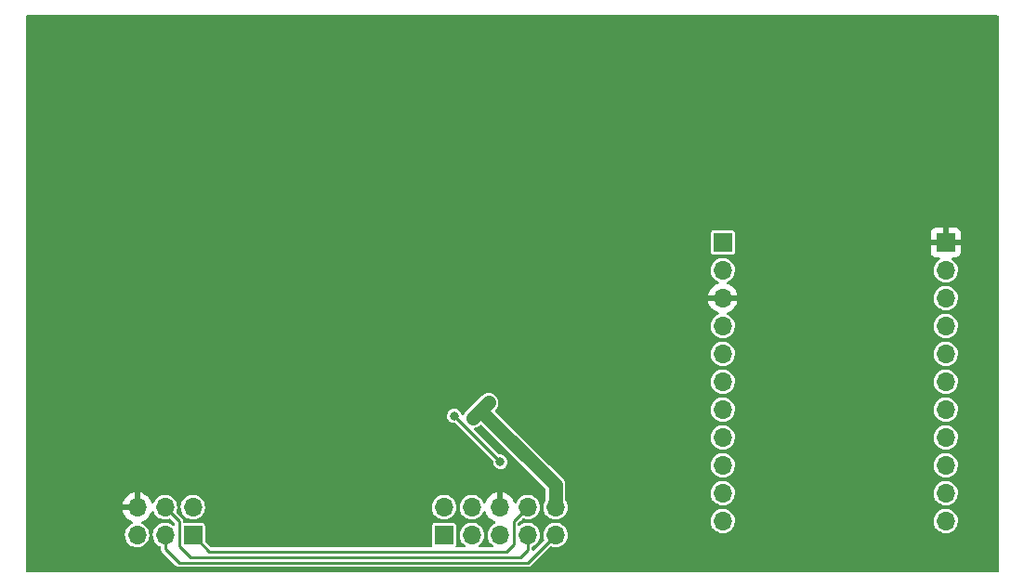
<source format=gbl>
G04 #@! TF.GenerationSoftware,KiCad,Pcbnew,6.0.2+dfsg-1*
G04 #@! TF.CreationDate,2023-11-01T20:44:52-06:00*
G04 #@! TF.ProjectId,ckt-dingdong-prog,636b742d-6469-46e6-9764-6f6e672d7072,rev?*
G04 #@! TF.SameCoordinates,Original*
G04 #@! TF.FileFunction,Copper,L2,Bot*
G04 #@! TF.FilePolarity,Positive*
%FSLAX46Y46*%
G04 Gerber Fmt 4.6, Leading zero omitted, Abs format (unit mm)*
G04 Created by KiCad (PCBNEW 6.0.2+dfsg-1) date 2023-11-01 20:44:52*
%MOMM*%
%LPD*%
G01*
G04 APERTURE LIST*
G04 #@! TA.AperFunction,ComponentPad*
%ADD10R,1.700000X1.700000*%
G04 #@! TD*
G04 #@! TA.AperFunction,ComponentPad*
%ADD11O,1.700000X1.700000*%
G04 #@! TD*
G04 #@! TA.AperFunction,ViaPad*
%ADD12C,0.800000*%
G04 #@! TD*
G04 #@! TA.AperFunction,Conductor*
%ADD13C,1.270000*%
G04 #@! TD*
G04 #@! TA.AperFunction,Conductor*
%ADD14C,0.254000*%
G04 #@! TD*
G04 #@! TA.AperFunction,Conductor*
%ADD15C,0.250000*%
G04 #@! TD*
G04 APERTURE END LIST*
D10*
X88905000Y-115575000D03*
D11*
X88905000Y-113035000D03*
X91445000Y-115575000D03*
X91445000Y-113035000D03*
X93985000Y-115575000D03*
X93985000Y-113035000D03*
X96525000Y-115575000D03*
X96525000Y-113035000D03*
X99065000Y-115575000D03*
X99065000Y-113035000D03*
D10*
X134620000Y-88900000D03*
D11*
X134620000Y-91440000D03*
X134620000Y-93980000D03*
X134620000Y-96520000D03*
X134620000Y-99060000D03*
X134620000Y-101600000D03*
X134620000Y-104140000D03*
X134620000Y-106680000D03*
X134620000Y-109220000D03*
X134620000Y-111760000D03*
X134620000Y-114300000D03*
D10*
X114300000Y-88900000D03*
D11*
X114300000Y-91440000D03*
X114300000Y-93980000D03*
X114300000Y-96520000D03*
X114300000Y-99060000D03*
X114300000Y-101600000D03*
X114300000Y-104140000D03*
X114300000Y-106680000D03*
X114300000Y-109220000D03*
X114300000Y-111760000D03*
X114300000Y-114300000D03*
D10*
X66025000Y-115575000D03*
D11*
X66025000Y-113035000D03*
X63485000Y-115575000D03*
X63485000Y-113035000D03*
X60945000Y-115575000D03*
X60945000Y-113035000D03*
D12*
X91567000Y-104902000D03*
X92964000Y-103505000D03*
X92265500Y-104203500D03*
X89852500Y-104711500D03*
X94043500Y-108902500D03*
X101600000Y-86741000D03*
X100584000Y-86741000D03*
D13*
X92964000Y-103505000D02*
X91567000Y-104902000D01*
X92265500Y-104203500D02*
X99065000Y-111003000D01*
X99065000Y-111003000D02*
X99065000Y-113035000D01*
D14*
X63485000Y-115575000D02*
X63485000Y-116825000D01*
X96530000Y-118110000D02*
X99065000Y-115575000D01*
X64770000Y-118110000D02*
X96530000Y-118110000D01*
X63485000Y-116825000D02*
X64770000Y-118110000D01*
X67544000Y-117094000D02*
X94615000Y-117094000D01*
X66025000Y-115575000D02*
X67544000Y-117094000D01*
X94615000Y-117094000D02*
X95250000Y-116459000D01*
X95250000Y-114310000D02*
X96525000Y-113035000D01*
X95250000Y-116459000D02*
X95250000Y-114310000D01*
D15*
X65786000Y-117602000D02*
X95885000Y-117602000D01*
X63485000Y-113035000D02*
X64770000Y-114320000D01*
X64770000Y-114320000D02*
X64770000Y-116586000D01*
X64770000Y-116586000D02*
X65786000Y-117602000D01*
X96525000Y-116962000D02*
X96525000Y-115575000D01*
X95885000Y-117602000D02*
X96525000Y-116962000D01*
X94043500Y-108902500D02*
X89852500Y-104711500D01*
G04 #@! TA.AperFunction,Conductor*
G36*
X139387621Y-68219502D02*
G01*
X139434114Y-68273158D01*
X139445500Y-68325500D01*
X139445500Y-118872500D01*
X139425498Y-118940621D01*
X139371842Y-118987114D01*
X139319500Y-118998500D01*
X50926500Y-118998500D01*
X50858379Y-118978498D01*
X50811886Y-118924842D01*
X50800500Y-118872500D01*
X50800500Y-113302966D01*
X59613257Y-113302966D01*
X59643565Y-113437446D01*
X59646645Y-113447275D01*
X59726770Y-113644603D01*
X59731413Y-113653794D01*
X59842694Y-113835388D01*
X59848777Y-113843699D01*
X59988213Y-114004667D01*
X59995580Y-114011883D01*
X60159434Y-114147916D01*
X60167881Y-114153831D01*
X60351756Y-114261279D01*
X60361042Y-114265729D01*
X60510124Y-114322657D01*
X60566627Y-114365644D01*
X60590920Y-114432355D01*
X60575290Y-114501610D01*
X60524699Y-114551421D01*
X60508785Y-114558579D01*
X60467463Y-114573824D01*
X60293010Y-114677612D01*
X60288670Y-114681418D01*
X60288666Y-114681421D01*
X60209139Y-114751165D01*
X60140392Y-114811455D01*
X60014720Y-114970869D01*
X60012031Y-114975980D01*
X60012029Y-114975983D01*
X59999073Y-115000609D01*
X59920203Y-115150515D01*
X59860007Y-115344378D01*
X59836148Y-115545964D01*
X59849424Y-115748522D01*
X59850845Y-115754118D01*
X59850846Y-115754123D01*
X59897971Y-115939674D01*
X59899392Y-115945269D01*
X59901809Y-115950512D01*
X59937864Y-116028721D01*
X59984377Y-116129616D01*
X59987710Y-116134332D01*
X60062477Y-116240125D01*
X60101533Y-116295389D01*
X60246938Y-116437035D01*
X60251742Y-116440245D01*
X60313836Y-116481735D01*
X60415720Y-116549812D01*
X60421023Y-116552090D01*
X60421026Y-116552092D01*
X60596919Y-116627661D01*
X60602228Y-116629942D01*
X60651584Y-116641110D01*
X60794579Y-116673467D01*
X60794584Y-116673468D01*
X60800216Y-116674742D01*
X60805987Y-116674969D01*
X60805989Y-116674969D01*
X60865756Y-116677317D01*
X61003053Y-116682712D01*
X61103499Y-116668148D01*
X61198231Y-116654413D01*
X61198236Y-116654412D01*
X61203945Y-116653584D01*
X61209409Y-116651729D01*
X61209414Y-116651728D01*
X61390693Y-116590192D01*
X61390698Y-116590190D01*
X61396165Y-116588334D01*
X61414231Y-116578217D01*
X61489235Y-116536212D01*
X61573276Y-116489147D01*
X61606765Y-116461295D01*
X61724913Y-116363031D01*
X61729345Y-116359345D01*
X61753172Y-116330696D01*
X61855453Y-116207718D01*
X61855455Y-116207715D01*
X61859147Y-116203276D01*
X61958334Y-116026165D01*
X61960190Y-116020698D01*
X61960192Y-116020693D01*
X62021728Y-115839414D01*
X62021729Y-115839409D01*
X62023584Y-115833945D01*
X62024412Y-115828236D01*
X62024413Y-115828231D01*
X62052179Y-115636727D01*
X62052712Y-115633053D01*
X62054232Y-115575000D01*
X62038840Y-115407485D01*
X62036187Y-115378613D01*
X62036186Y-115378610D01*
X62035658Y-115372859D01*
X62034090Y-115367299D01*
X61982125Y-115183046D01*
X61982124Y-115183044D01*
X61980557Y-115177487D01*
X61970949Y-115158002D01*
X61893331Y-115000609D01*
X61890776Y-114995428D01*
X61769320Y-114832779D01*
X61652357Y-114724659D01*
X61624503Y-114698911D01*
X61620258Y-114694987D01*
X61615372Y-114691904D01*
X61615371Y-114691903D01*
X61453464Y-114589748D01*
X61448581Y-114586667D01*
X61376614Y-114557955D01*
X61320755Y-114514134D01*
X61297455Y-114447069D01*
X61314111Y-114378054D01*
X61365436Y-114329000D01*
X61387098Y-114320239D01*
X61437252Y-114305192D01*
X61446842Y-114301433D01*
X61638095Y-114207739D01*
X61646945Y-114202464D01*
X61820328Y-114078792D01*
X61828200Y-114072139D01*
X61979052Y-113921812D01*
X61985730Y-113913965D01*
X62110003Y-113741020D01*
X62115313Y-113732183D01*
X62209670Y-113541267D01*
X62213469Y-113531672D01*
X62230066Y-113477047D01*
X62269007Y-113417683D01*
X62333862Y-113388796D01*
X62404038Y-113399558D01*
X62457256Y-113446551D01*
X62465048Y-113460922D01*
X62524377Y-113589616D01*
X62641533Y-113755389D01*
X62786938Y-113897035D01*
X62955720Y-114009812D01*
X62961023Y-114012090D01*
X62961026Y-114012092D01*
X63136921Y-114087662D01*
X63142228Y-114089942D01*
X63212819Y-114105915D01*
X63334579Y-114133467D01*
X63334584Y-114133468D01*
X63340216Y-114134742D01*
X63345987Y-114134969D01*
X63345989Y-114134969D01*
X63405756Y-114137317D01*
X63543053Y-114142712D01*
X63643499Y-114128148D01*
X63738231Y-114114413D01*
X63738236Y-114114412D01*
X63743945Y-114113584D01*
X63787592Y-114098768D01*
X63866038Y-114072139D01*
X63880991Y-114067063D01*
X63951926Y-114064107D01*
X64010587Y-114097281D01*
X64353595Y-114440289D01*
X64387621Y-114502601D01*
X64390500Y-114529384D01*
X64390500Y-114619761D01*
X64370498Y-114687882D01*
X64316842Y-114734375D01*
X64246568Y-114744479D01*
X64178973Y-114712287D01*
X64160258Y-114694987D01*
X64155372Y-114691904D01*
X64155371Y-114691903D01*
X63993464Y-114589748D01*
X63988581Y-114586667D01*
X63800039Y-114511446D01*
X63794379Y-114510320D01*
X63794375Y-114510319D01*
X63606613Y-114472971D01*
X63606610Y-114472971D01*
X63600946Y-114471844D01*
X63595171Y-114471768D01*
X63595167Y-114471768D01*
X63493793Y-114470441D01*
X63397971Y-114469187D01*
X63392274Y-114470166D01*
X63392273Y-114470166D01*
X63203607Y-114502585D01*
X63197910Y-114503564D01*
X63007463Y-114573824D01*
X62833010Y-114677612D01*
X62828670Y-114681418D01*
X62828666Y-114681421D01*
X62749139Y-114751165D01*
X62680392Y-114811455D01*
X62554720Y-114970869D01*
X62552031Y-114975980D01*
X62552029Y-114975983D01*
X62539073Y-115000609D01*
X62460203Y-115150515D01*
X62400007Y-115344378D01*
X62376148Y-115545964D01*
X62389424Y-115748522D01*
X62390845Y-115754118D01*
X62390846Y-115754123D01*
X62437971Y-115939674D01*
X62439392Y-115945269D01*
X62441809Y-115950512D01*
X62477864Y-116028721D01*
X62524377Y-116129616D01*
X62527710Y-116134332D01*
X62602477Y-116240125D01*
X62641533Y-116295389D01*
X62786938Y-116437035D01*
X62791742Y-116440245D01*
X62853836Y-116481735D01*
X62955720Y-116549812D01*
X62961027Y-116552092D01*
X62961029Y-116552093D01*
X63027237Y-116580538D01*
X63081930Y-116625806D01*
X63103500Y-116696306D01*
X63103500Y-116770865D01*
X63100914Y-116795164D01*
X63100846Y-116796602D01*
X63098655Y-116806780D01*
X63099879Y-116817120D01*
X63102627Y-116840342D01*
X63102979Y-116846320D01*
X63103072Y-116846312D01*
X63103500Y-116851490D01*
X63103500Y-116856692D01*
X63104354Y-116861822D01*
X63106686Y-116875832D01*
X63107522Y-116881704D01*
X63113582Y-116932907D01*
X63117567Y-116941206D01*
X63119078Y-116950283D01*
X63143558Y-116995651D01*
X63146239Y-117000914D01*
X63165127Y-117040250D01*
X63165130Y-117040254D01*
X63168560Y-117047398D01*
X63172170Y-117051692D01*
X63174102Y-117053624D01*
X63175889Y-117055573D01*
X63175918Y-117055626D01*
X63175788Y-117055745D01*
X63176289Y-117056313D01*
X63179388Y-117062057D01*
X63187033Y-117069124D01*
X63219208Y-117098866D01*
X63222774Y-117102296D01*
X64461958Y-118341480D01*
X64477311Y-118360489D01*
X64478278Y-118361552D01*
X64483929Y-118370304D01*
X64509527Y-118390484D01*
X64510472Y-118391229D01*
X64514950Y-118395208D01*
X64515010Y-118395137D01*
X64518967Y-118398490D01*
X64522648Y-118402171D01*
X64526880Y-118405195D01*
X64526882Y-118405197D01*
X64538457Y-118413469D01*
X64543202Y-118417032D01*
X64583670Y-118448934D01*
X64592355Y-118451984D01*
X64599842Y-118457334D01*
X64649247Y-118472109D01*
X64654842Y-118473927D01*
X64703502Y-118491016D01*
X64709091Y-118491500D01*
X64711804Y-118491500D01*
X64714469Y-118491615D01*
X64714532Y-118491634D01*
X64714525Y-118491808D01*
X64715271Y-118491855D01*
X64721524Y-118493725D01*
X64771383Y-118491766D01*
X64775678Y-118491597D01*
X64780625Y-118491500D01*
X96475865Y-118491500D01*
X96500164Y-118494086D01*
X96501602Y-118494154D01*
X96511780Y-118496345D01*
X96545341Y-118492373D01*
X96551320Y-118492021D01*
X96551312Y-118491928D01*
X96556490Y-118491500D01*
X96561692Y-118491500D01*
X96580846Y-118488312D01*
X96586704Y-118487478D01*
X96603318Y-118485512D01*
X96627567Y-118482642D01*
X96627568Y-118482642D01*
X96637907Y-118481418D01*
X96646206Y-118477433D01*
X96655283Y-118475922D01*
X96700651Y-118451442D01*
X96705914Y-118448761D01*
X96745250Y-118429873D01*
X96745254Y-118429870D01*
X96752398Y-118426440D01*
X96756692Y-118422830D01*
X96758624Y-118420898D01*
X96760573Y-118419111D01*
X96760626Y-118419082D01*
X96760745Y-118419212D01*
X96761313Y-118418711D01*
X96767057Y-118415612D01*
X96776685Y-118405197D01*
X96803866Y-118375792D01*
X96807296Y-118372226D01*
X98541086Y-116638437D01*
X98603398Y-116604411D01*
X98679920Y-116611765D01*
X98716917Y-116627661D01*
X98716925Y-116627663D01*
X98722228Y-116629942D01*
X98771584Y-116641110D01*
X98914579Y-116673467D01*
X98914584Y-116673468D01*
X98920216Y-116674742D01*
X98925987Y-116674969D01*
X98925989Y-116674969D01*
X98985756Y-116677317D01*
X99123053Y-116682712D01*
X99223499Y-116668148D01*
X99318231Y-116654413D01*
X99318236Y-116654412D01*
X99323945Y-116653584D01*
X99329409Y-116651729D01*
X99329414Y-116651728D01*
X99510693Y-116590192D01*
X99510698Y-116590190D01*
X99516165Y-116588334D01*
X99534231Y-116578217D01*
X99609235Y-116536212D01*
X99693276Y-116489147D01*
X99726765Y-116461295D01*
X99844913Y-116363031D01*
X99849345Y-116359345D01*
X99873172Y-116330696D01*
X99975453Y-116207718D01*
X99975455Y-116207715D01*
X99979147Y-116203276D01*
X100078334Y-116026165D01*
X100080190Y-116020698D01*
X100080192Y-116020693D01*
X100141728Y-115839414D01*
X100141729Y-115839409D01*
X100143584Y-115833945D01*
X100144412Y-115828236D01*
X100144413Y-115828231D01*
X100172179Y-115636727D01*
X100172712Y-115633053D01*
X100174232Y-115575000D01*
X100158840Y-115407485D01*
X100156187Y-115378613D01*
X100156186Y-115378610D01*
X100155658Y-115372859D01*
X100154090Y-115367299D01*
X100102125Y-115183046D01*
X100102124Y-115183044D01*
X100100557Y-115177487D01*
X100090949Y-115158002D01*
X100013331Y-115000609D01*
X100010776Y-114995428D01*
X99889320Y-114832779D01*
X99772357Y-114724659D01*
X99744503Y-114698911D01*
X99740258Y-114694987D01*
X99735372Y-114691904D01*
X99735371Y-114691903D01*
X99573464Y-114589748D01*
X99568581Y-114586667D01*
X99380039Y-114511446D01*
X99374379Y-114510320D01*
X99374375Y-114510319D01*
X99186613Y-114472971D01*
X99186610Y-114472971D01*
X99180946Y-114471844D01*
X99175171Y-114471768D01*
X99175167Y-114471768D01*
X99073793Y-114470441D01*
X98977971Y-114469187D01*
X98972274Y-114470166D01*
X98972273Y-114470166D01*
X98783607Y-114502585D01*
X98777910Y-114503564D01*
X98587463Y-114573824D01*
X98413010Y-114677612D01*
X98408670Y-114681418D01*
X98408666Y-114681421D01*
X98329139Y-114751165D01*
X98260392Y-114811455D01*
X98134720Y-114970869D01*
X98132031Y-114975980D01*
X98132029Y-114975983D01*
X98119073Y-115000609D01*
X98040203Y-115150515D01*
X97980007Y-115344378D01*
X97956148Y-115545964D01*
X97969424Y-115748522D01*
X98019392Y-115945269D01*
X98021809Y-115950512D01*
X98021811Y-115950517D01*
X98025483Y-115958483D01*
X98035836Y-116028721D01*
X98006573Y-116093406D01*
X98000164Y-116100314D01*
X97119594Y-116980884D01*
X97057283Y-117014908D01*
X96986467Y-117009843D01*
X96929632Y-116967296D01*
X96904821Y-116900776D01*
X96904500Y-116891787D01*
X96904500Y-116701488D01*
X96924502Y-116633367D01*
X96976427Y-116588802D01*
X96976165Y-116588334D01*
X96978491Y-116587032D01*
X96978493Y-116587030D01*
X97153276Y-116489147D01*
X97186765Y-116461295D01*
X97304913Y-116363031D01*
X97309345Y-116359345D01*
X97333172Y-116330696D01*
X97435453Y-116207718D01*
X97435455Y-116207715D01*
X97439147Y-116203276D01*
X97538334Y-116026165D01*
X97540190Y-116020698D01*
X97540192Y-116020693D01*
X97601728Y-115839414D01*
X97601729Y-115839409D01*
X97603584Y-115833945D01*
X97604412Y-115828236D01*
X97604413Y-115828231D01*
X97632179Y-115636727D01*
X97632712Y-115633053D01*
X97634232Y-115575000D01*
X97618840Y-115407485D01*
X97616187Y-115378613D01*
X97616186Y-115378610D01*
X97615658Y-115372859D01*
X97614090Y-115367299D01*
X97562125Y-115183046D01*
X97562124Y-115183044D01*
X97560557Y-115177487D01*
X97550949Y-115158002D01*
X97473331Y-115000609D01*
X97470776Y-114995428D01*
X97349320Y-114832779D01*
X97232357Y-114724659D01*
X97204503Y-114698911D01*
X97200258Y-114694987D01*
X97195372Y-114691904D01*
X97195371Y-114691903D01*
X97033464Y-114589748D01*
X97028581Y-114586667D01*
X96840039Y-114511446D01*
X96834379Y-114510320D01*
X96834375Y-114510319D01*
X96646613Y-114472971D01*
X96646610Y-114472971D01*
X96640946Y-114471844D01*
X96635171Y-114471768D01*
X96635167Y-114471768D01*
X96533793Y-114470441D01*
X96437971Y-114469187D01*
X96432274Y-114470166D01*
X96432273Y-114470166D01*
X96243607Y-114502585D01*
X96237910Y-114503564D01*
X96047463Y-114573824D01*
X95873010Y-114677612D01*
X95868667Y-114681421D01*
X95868660Y-114681426D01*
X95840577Y-114706054D01*
X95776173Y-114735931D01*
X95705840Y-114726245D01*
X95651909Y-114680072D01*
X95631500Y-114611322D01*
X95631500Y-114520212D01*
X95651502Y-114452091D01*
X95668405Y-114431117D01*
X95828558Y-114270964D01*
X113191148Y-114270964D01*
X113204424Y-114473522D01*
X113205845Y-114479118D01*
X113205846Y-114479123D01*
X113246164Y-114637872D01*
X113254392Y-114670269D01*
X113256809Y-114675512D01*
X113294010Y-114756208D01*
X113339377Y-114854616D01*
X113342710Y-114859332D01*
X113418330Y-114966332D01*
X113456533Y-115020389D01*
X113601938Y-115162035D01*
X113770720Y-115274812D01*
X113776023Y-115277090D01*
X113776026Y-115277092D01*
X113945993Y-115350115D01*
X113957228Y-115354942D01*
X114030244Y-115371464D01*
X114149579Y-115398467D01*
X114149584Y-115398468D01*
X114155216Y-115399742D01*
X114160987Y-115399969D01*
X114160989Y-115399969D01*
X114220756Y-115402317D01*
X114358053Y-115407712D01*
X114458499Y-115393148D01*
X114553231Y-115379413D01*
X114553236Y-115379412D01*
X114558945Y-115378584D01*
X114564409Y-115376729D01*
X114564414Y-115376728D01*
X114745693Y-115315192D01*
X114745698Y-115315190D01*
X114751165Y-115313334D01*
X114928276Y-115214147D01*
X114990934Y-115162035D01*
X115079913Y-115088031D01*
X115084345Y-115084345D01*
X115162145Y-114990801D01*
X115210453Y-114932718D01*
X115210455Y-114932715D01*
X115214147Y-114928276D01*
X115313334Y-114751165D01*
X115315190Y-114745698D01*
X115315192Y-114745693D01*
X115376728Y-114564414D01*
X115376729Y-114564409D01*
X115378584Y-114558945D01*
X115379412Y-114553236D01*
X115379413Y-114553231D01*
X115407179Y-114361727D01*
X115407712Y-114358053D01*
X115409232Y-114300000D01*
X115406564Y-114270964D01*
X133511148Y-114270964D01*
X133524424Y-114473522D01*
X133525845Y-114479118D01*
X133525846Y-114479123D01*
X133566164Y-114637872D01*
X133574392Y-114670269D01*
X133576809Y-114675512D01*
X133614010Y-114756208D01*
X133659377Y-114854616D01*
X133662710Y-114859332D01*
X133738330Y-114966332D01*
X133776533Y-115020389D01*
X133921938Y-115162035D01*
X134090720Y-115274812D01*
X134096023Y-115277090D01*
X134096026Y-115277092D01*
X134265993Y-115350115D01*
X134277228Y-115354942D01*
X134350244Y-115371464D01*
X134469579Y-115398467D01*
X134469584Y-115398468D01*
X134475216Y-115399742D01*
X134480987Y-115399969D01*
X134480989Y-115399969D01*
X134540756Y-115402317D01*
X134678053Y-115407712D01*
X134778499Y-115393148D01*
X134873231Y-115379413D01*
X134873236Y-115379412D01*
X134878945Y-115378584D01*
X134884409Y-115376729D01*
X134884414Y-115376728D01*
X135065693Y-115315192D01*
X135065698Y-115315190D01*
X135071165Y-115313334D01*
X135248276Y-115214147D01*
X135310934Y-115162035D01*
X135399913Y-115088031D01*
X135404345Y-115084345D01*
X135482145Y-114990801D01*
X135530453Y-114932718D01*
X135530455Y-114932715D01*
X135534147Y-114928276D01*
X135633334Y-114751165D01*
X135635190Y-114745698D01*
X135635192Y-114745693D01*
X135696728Y-114564414D01*
X135696729Y-114564409D01*
X135698584Y-114558945D01*
X135699412Y-114553236D01*
X135699413Y-114553231D01*
X135727179Y-114361727D01*
X135727712Y-114358053D01*
X135729232Y-114300000D01*
X135714985Y-114144951D01*
X135711187Y-114103613D01*
X135711186Y-114103610D01*
X135710658Y-114097859D01*
X135708785Y-114091217D01*
X135657125Y-113908046D01*
X135657124Y-113908044D01*
X135655557Y-113902487D01*
X135652869Y-113897035D01*
X135568331Y-113725609D01*
X135565776Y-113720428D01*
X135444320Y-113557779D01*
X135295258Y-113419987D01*
X135290375Y-113416906D01*
X135290371Y-113416903D01*
X135128464Y-113314748D01*
X135123581Y-113311667D01*
X134935039Y-113236446D01*
X134929379Y-113235320D01*
X134929375Y-113235319D01*
X134741613Y-113197971D01*
X134741610Y-113197971D01*
X134735946Y-113196844D01*
X134730171Y-113196768D01*
X134730167Y-113196768D01*
X134628793Y-113195441D01*
X134532971Y-113194187D01*
X134527274Y-113195166D01*
X134527273Y-113195166D01*
X134416951Y-113214123D01*
X134332910Y-113228564D01*
X134142463Y-113298824D01*
X133968010Y-113402612D01*
X133963670Y-113406418D01*
X133963666Y-113406421D01*
X133881481Y-113478496D01*
X133815392Y-113536455D01*
X133811817Y-113540990D01*
X133811816Y-113540991D01*
X133801675Y-113553855D01*
X133689720Y-113695869D01*
X133687031Y-113700980D01*
X133687029Y-113700983D01*
X133674073Y-113725609D01*
X133595203Y-113875515D01*
X133535007Y-114069378D01*
X133511148Y-114270964D01*
X115406564Y-114270964D01*
X115394985Y-114144951D01*
X115391187Y-114103613D01*
X115391186Y-114103610D01*
X115390658Y-114097859D01*
X115388785Y-114091217D01*
X115337125Y-113908046D01*
X115337124Y-113908044D01*
X115335557Y-113902487D01*
X115332869Y-113897035D01*
X115248331Y-113725609D01*
X115245776Y-113720428D01*
X115124320Y-113557779D01*
X114975258Y-113419987D01*
X114970375Y-113416906D01*
X114970371Y-113416903D01*
X114808464Y-113314748D01*
X114803581Y-113311667D01*
X114615039Y-113236446D01*
X114609379Y-113235320D01*
X114609375Y-113235319D01*
X114421613Y-113197971D01*
X114421610Y-113197971D01*
X114415946Y-113196844D01*
X114410171Y-113196768D01*
X114410167Y-113196768D01*
X114308793Y-113195441D01*
X114212971Y-113194187D01*
X114207274Y-113195166D01*
X114207273Y-113195166D01*
X114096951Y-113214123D01*
X114012910Y-113228564D01*
X113822463Y-113298824D01*
X113648010Y-113402612D01*
X113643670Y-113406418D01*
X113643666Y-113406421D01*
X113561481Y-113478496D01*
X113495392Y-113536455D01*
X113491817Y-113540990D01*
X113491816Y-113540991D01*
X113481675Y-113553855D01*
X113369720Y-113695869D01*
X113367031Y-113700980D01*
X113367029Y-113700983D01*
X113354073Y-113725609D01*
X113275203Y-113875515D01*
X113215007Y-114069378D01*
X113191148Y-114270964D01*
X95828558Y-114270964D01*
X96001085Y-114098437D01*
X96063397Y-114064411D01*
X96139917Y-114071764D01*
X96176925Y-114087664D01*
X96176928Y-114087665D01*
X96182228Y-114089942D01*
X96187857Y-114091216D01*
X96187858Y-114091216D01*
X96374579Y-114133467D01*
X96374584Y-114133468D01*
X96380216Y-114134742D01*
X96385987Y-114134969D01*
X96385989Y-114134969D01*
X96445756Y-114137317D01*
X96583053Y-114142712D01*
X96683499Y-114128148D01*
X96778231Y-114114413D01*
X96778236Y-114114412D01*
X96783945Y-114113584D01*
X96789409Y-114111729D01*
X96789414Y-114111728D01*
X96970693Y-114050192D01*
X96970698Y-114050190D01*
X96976165Y-114048334D01*
X97153276Y-113949147D01*
X97202695Y-113908046D01*
X97280696Y-113843172D01*
X97309345Y-113819345D01*
X97395462Y-113715801D01*
X97435453Y-113667718D01*
X97435455Y-113667715D01*
X97439147Y-113663276D01*
X97538334Y-113486165D01*
X97540190Y-113480698D01*
X97540192Y-113480693D01*
X97601728Y-113299414D01*
X97601729Y-113299409D01*
X97603584Y-113293945D01*
X97604412Y-113288236D01*
X97604413Y-113288231D01*
X97632179Y-113096727D01*
X97632712Y-113093053D01*
X97634232Y-113035000D01*
X97618840Y-112867485D01*
X97616187Y-112838613D01*
X97616186Y-112838610D01*
X97615658Y-112832859D01*
X97614090Y-112827299D01*
X97562125Y-112643046D01*
X97562124Y-112643044D01*
X97560557Y-112637487D01*
X97550949Y-112618002D01*
X97473331Y-112460609D01*
X97470776Y-112455428D01*
X97349320Y-112292779D01*
X97200258Y-112154987D01*
X97195375Y-112151906D01*
X97195371Y-112151903D01*
X97033464Y-112049748D01*
X97028581Y-112046667D01*
X96840039Y-111971446D01*
X96834379Y-111970320D01*
X96834375Y-111970319D01*
X96646613Y-111932971D01*
X96646610Y-111932971D01*
X96640946Y-111931844D01*
X96635171Y-111931768D01*
X96635167Y-111931768D01*
X96533793Y-111930441D01*
X96437971Y-111929187D01*
X96432274Y-111930166D01*
X96432273Y-111930166D01*
X96380147Y-111939123D01*
X96237910Y-111963564D01*
X96047463Y-112033824D01*
X95873010Y-112137612D01*
X95868670Y-112141418D01*
X95868666Y-112141421D01*
X95789139Y-112211165D01*
X95720392Y-112271455D01*
X95594720Y-112430869D01*
X95592031Y-112435980D01*
X95592029Y-112435983D01*
X95502589Y-112605980D01*
X95453170Y-112656952D01*
X95384037Y-112673115D01*
X95317141Y-112649336D01*
X95277003Y-112594973D01*
X95274955Y-112595863D01*
X95187972Y-112395814D01*
X95183105Y-112386739D01*
X95067426Y-112207926D01*
X95061136Y-112199757D01*
X94917806Y-112042240D01*
X94910273Y-112035215D01*
X94743139Y-111903222D01*
X94734552Y-111897517D01*
X94548117Y-111794599D01*
X94538705Y-111790369D01*
X94337959Y-111719280D01*
X94327988Y-111716646D01*
X94256837Y-111703972D01*
X94243540Y-111705432D01*
X94239000Y-111719989D01*
X94239000Y-113163000D01*
X94218998Y-113231121D01*
X94165342Y-113277614D01*
X94113000Y-113289000D01*
X93857000Y-113289000D01*
X93788879Y-113268998D01*
X93742386Y-113215342D01*
X93731000Y-113163000D01*
X93731000Y-111718102D01*
X93727082Y-111704758D01*
X93712806Y-111702771D01*
X93674324Y-111708660D01*
X93664288Y-111711051D01*
X93461868Y-111777212D01*
X93452359Y-111781209D01*
X93263463Y-111879542D01*
X93254738Y-111885036D01*
X93084433Y-112012905D01*
X93076726Y-112019748D01*
X92929590Y-112173717D01*
X92923104Y-112181727D01*
X92803098Y-112357649D01*
X92798000Y-112366623D01*
X92708338Y-112559783D01*
X92704777Y-112569464D01*
X92700291Y-112585640D01*
X92662813Y-112645939D01*
X92598684Y-112676403D01*
X92528266Y-112667360D01*
X92473915Y-112621682D01*
X92465867Y-112607698D01*
X92393331Y-112460609D01*
X92390776Y-112455428D01*
X92269320Y-112292779D01*
X92120258Y-112154987D01*
X92115375Y-112151906D01*
X92115371Y-112151903D01*
X91953464Y-112049748D01*
X91948581Y-112046667D01*
X91760039Y-111971446D01*
X91754379Y-111970320D01*
X91754375Y-111970319D01*
X91566613Y-111932971D01*
X91566610Y-111932971D01*
X91560946Y-111931844D01*
X91555171Y-111931768D01*
X91555167Y-111931768D01*
X91453793Y-111930441D01*
X91357971Y-111929187D01*
X91352274Y-111930166D01*
X91352273Y-111930166D01*
X91300147Y-111939123D01*
X91157910Y-111963564D01*
X90967463Y-112033824D01*
X90793010Y-112137612D01*
X90788670Y-112141418D01*
X90788666Y-112141421D01*
X90709139Y-112211165D01*
X90640392Y-112271455D01*
X90514720Y-112430869D01*
X90512031Y-112435980D01*
X90512029Y-112435983D01*
X90499073Y-112460609D01*
X90420203Y-112610515D01*
X90360007Y-112804378D01*
X90336148Y-113005964D01*
X90349424Y-113208522D01*
X90350845Y-113214118D01*
X90350846Y-113214123D01*
X90372508Y-113299414D01*
X90399392Y-113405269D01*
X90401809Y-113410512D01*
X90439010Y-113491208D01*
X90484377Y-113589616D01*
X90601533Y-113755389D01*
X90746938Y-113897035D01*
X90915720Y-114009812D01*
X90921023Y-114012090D01*
X90921026Y-114012092D01*
X91096921Y-114087662D01*
X91102228Y-114089942D01*
X91172819Y-114105915D01*
X91294579Y-114133467D01*
X91294584Y-114133468D01*
X91300216Y-114134742D01*
X91305987Y-114134969D01*
X91305989Y-114134969D01*
X91365756Y-114137317D01*
X91503053Y-114142712D01*
X91603499Y-114128148D01*
X91698231Y-114114413D01*
X91698236Y-114114412D01*
X91703945Y-114113584D01*
X91709409Y-114111729D01*
X91709414Y-114111728D01*
X91890693Y-114050192D01*
X91890698Y-114050190D01*
X91896165Y-114048334D01*
X92073276Y-113949147D01*
X92122695Y-113908046D01*
X92200696Y-113843172D01*
X92229345Y-113819345D01*
X92315462Y-113715801D01*
X92355453Y-113667718D01*
X92355455Y-113667715D01*
X92359147Y-113663276D01*
X92458334Y-113486165D01*
X92460720Y-113479135D01*
X92461170Y-113478496D01*
X92462541Y-113475416D01*
X92463146Y-113475685D01*
X92501553Y-113421059D01*
X92567305Y-113394278D01*
X92637098Y-113407295D01*
X92688773Y-113455980D01*
X92696777Y-113472229D01*
X92766770Y-113644603D01*
X92771413Y-113653794D01*
X92882694Y-113835388D01*
X92888777Y-113843699D01*
X93028213Y-114004667D01*
X93035580Y-114011883D01*
X93199434Y-114147916D01*
X93207881Y-114153831D01*
X93391756Y-114261279D01*
X93401042Y-114265729D01*
X93550124Y-114322657D01*
X93606627Y-114365644D01*
X93630920Y-114432355D01*
X93615290Y-114501610D01*
X93564699Y-114551421D01*
X93548785Y-114558579D01*
X93507463Y-114573824D01*
X93333010Y-114677612D01*
X93328670Y-114681418D01*
X93328666Y-114681421D01*
X93249139Y-114751165D01*
X93180392Y-114811455D01*
X93054720Y-114970869D01*
X93052031Y-114975980D01*
X93052029Y-114975983D01*
X93039073Y-115000609D01*
X92960203Y-115150515D01*
X92900007Y-115344378D01*
X92876148Y-115545964D01*
X92889424Y-115748522D01*
X92890845Y-115754118D01*
X92890846Y-115754123D01*
X92937971Y-115939674D01*
X92939392Y-115945269D01*
X92941809Y-115950512D01*
X92977864Y-116028721D01*
X93024377Y-116129616D01*
X93027710Y-116134332D01*
X93102477Y-116240125D01*
X93141533Y-116295389D01*
X93286938Y-116437035D01*
X93291742Y-116440245D01*
X93353836Y-116481735D01*
X93399364Y-116536212D01*
X93408212Y-116606655D01*
X93377570Y-116670699D01*
X93317169Y-116708011D01*
X93283834Y-116712500D01*
X92153149Y-116712500D01*
X92085028Y-116692498D01*
X92038535Y-116638842D01*
X92028431Y-116568568D01*
X92057925Y-116503988D01*
X92073809Y-116489788D01*
X92073276Y-116489147D01*
X92120264Y-116450067D01*
X92229345Y-116359345D01*
X92253172Y-116330696D01*
X92355453Y-116207718D01*
X92355455Y-116207715D01*
X92359147Y-116203276D01*
X92458334Y-116026165D01*
X92460190Y-116020698D01*
X92460192Y-116020693D01*
X92521728Y-115839414D01*
X92521729Y-115839409D01*
X92523584Y-115833945D01*
X92524412Y-115828236D01*
X92524413Y-115828231D01*
X92552179Y-115636727D01*
X92552712Y-115633053D01*
X92554232Y-115575000D01*
X92538840Y-115407485D01*
X92536187Y-115378613D01*
X92536186Y-115378610D01*
X92535658Y-115372859D01*
X92534090Y-115367299D01*
X92482125Y-115183046D01*
X92482124Y-115183044D01*
X92480557Y-115177487D01*
X92470949Y-115158002D01*
X92393331Y-115000609D01*
X92390776Y-114995428D01*
X92269320Y-114832779D01*
X92152357Y-114724659D01*
X92124503Y-114698911D01*
X92120258Y-114694987D01*
X92115372Y-114691904D01*
X92115371Y-114691903D01*
X91953464Y-114589748D01*
X91948581Y-114586667D01*
X91760039Y-114511446D01*
X91754379Y-114510320D01*
X91754375Y-114510319D01*
X91566613Y-114472971D01*
X91566610Y-114472971D01*
X91560946Y-114471844D01*
X91555171Y-114471768D01*
X91555167Y-114471768D01*
X91453793Y-114470441D01*
X91357971Y-114469187D01*
X91352274Y-114470166D01*
X91352273Y-114470166D01*
X91163607Y-114502585D01*
X91157910Y-114503564D01*
X90967463Y-114573824D01*
X90793010Y-114677612D01*
X90788670Y-114681418D01*
X90788666Y-114681421D01*
X90709139Y-114751165D01*
X90640392Y-114811455D01*
X90514720Y-114970869D01*
X90512031Y-114975980D01*
X90512029Y-114975983D01*
X90499073Y-115000609D01*
X90420203Y-115150515D01*
X90360007Y-115344378D01*
X90336148Y-115545964D01*
X90349424Y-115748522D01*
X90350845Y-115754118D01*
X90350846Y-115754123D01*
X90397971Y-115939674D01*
X90399392Y-115945269D01*
X90401809Y-115950512D01*
X90437864Y-116028721D01*
X90484377Y-116129616D01*
X90487710Y-116134332D01*
X90562477Y-116240125D01*
X90601533Y-116295389D01*
X90746938Y-116437035D01*
X90751742Y-116440245D01*
X90813836Y-116481735D01*
X90859364Y-116536212D01*
X90868212Y-116606655D01*
X90837570Y-116670699D01*
X90777169Y-116708011D01*
X90743834Y-116712500D01*
X90102731Y-116712500D01*
X90034610Y-116692498D01*
X89988117Y-116638842D01*
X89978013Y-116568568D01*
X89986322Y-116538282D01*
X89987839Y-116534621D01*
X89994734Y-116524301D01*
X90009500Y-116450067D01*
X90009499Y-114699934D01*
X89994734Y-114625699D01*
X89985128Y-114611322D01*
X89945377Y-114551832D01*
X89938484Y-114541516D01*
X89854301Y-114485266D01*
X89780067Y-114470500D01*
X88905142Y-114470500D01*
X88029934Y-114470501D01*
X87996283Y-114477194D01*
X87967874Y-114482844D01*
X87967872Y-114482845D01*
X87955699Y-114485266D01*
X87945379Y-114492161D01*
X87945378Y-114492162D01*
X87903399Y-114520212D01*
X87871516Y-114541516D01*
X87815266Y-114625699D01*
X87800500Y-114699933D01*
X87800501Y-116450066D01*
X87806800Y-116481735D01*
X87808402Y-116489788D01*
X87815266Y-116524301D01*
X87822162Y-116534621D01*
X87823679Y-116538284D01*
X87831267Y-116608874D01*
X87799486Y-116672360D01*
X87738428Y-116708587D01*
X87707269Y-116712500D01*
X67754213Y-116712500D01*
X67686092Y-116692498D01*
X67665117Y-116675595D01*
X67166404Y-116176881D01*
X67132379Y-116114569D01*
X67129500Y-116087786D01*
X67129499Y-114706123D01*
X67129499Y-114699934D01*
X67114734Y-114625699D01*
X67105128Y-114611322D01*
X67065377Y-114551832D01*
X67058484Y-114541516D01*
X66974301Y-114485266D01*
X66900067Y-114470500D01*
X66819680Y-114470500D01*
X65278447Y-114470501D01*
X65210326Y-114450499D01*
X65163833Y-114396843D01*
X65153361Y-114342578D01*
X65154320Y-114338124D01*
X65152490Y-114322657D01*
X65150374Y-114304787D01*
X65150023Y-114298846D01*
X65149928Y-114298854D01*
X65149500Y-114293674D01*
X65149500Y-114288476D01*
X65146329Y-114269424D01*
X65145492Y-114263547D01*
X65140693Y-114222997D01*
X65140692Y-114222995D01*
X65139469Y-114212659D01*
X65135508Y-114204410D01*
X65134004Y-114195374D01*
X65129056Y-114186203D01*
X65109652Y-114150240D01*
X65106957Y-114144951D01*
X65088212Y-114105915D01*
X65084780Y-114098768D01*
X65081186Y-114094492D01*
X65079246Y-114092552D01*
X65077493Y-114090641D01*
X65077444Y-114090551D01*
X65077567Y-114090439D01*
X65077095Y-114089904D01*
X65074010Y-114084186D01*
X65034413Y-114047583D01*
X65030848Y-114044154D01*
X64547281Y-113560587D01*
X64513255Y-113498275D01*
X64517063Y-113430991D01*
X64520435Y-113421059D01*
X64563584Y-113293945D01*
X64564412Y-113288236D01*
X64564413Y-113288231D01*
X64592179Y-113096727D01*
X64592712Y-113093053D01*
X64594232Y-113035000D01*
X64591564Y-113005964D01*
X64916148Y-113005964D01*
X64929424Y-113208522D01*
X64930845Y-113214118D01*
X64930846Y-113214123D01*
X64952508Y-113299414D01*
X64979392Y-113405269D01*
X64981809Y-113410512D01*
X65019010Y-113491208D01*
X65064377Y-113589616D01*
X65181533Y-113755389D01*
X65326938Y-113897035D01*
X65495720Y-114009812D01*
X65501023Y-114012090D01*
X65501026Y-114012092D01*
X65676921Y-114087662D01*
X65682228Y-114089942D01*
X65752819Y-114105915D01*
X65874579Y-114133467D01*
X65874584Y-114133468D01*
X65880216Y-114134742D01*
X65885987Y-114134969D01*
X65885989Y-114134969D01*
X65945756Y-114137317D01*
X66083053Y-114142712D01*
X66183499Y-114128148D01*
X66278231Y-114114413D01*
X66278236Y-114114412D01*
X66283945Y-114113584D01*
X66289409Y-114111729D01*
X66289414Y-114111728D01*
X66470693Y-114050192D01*
X66470698Y-114050190D01*
X66476165Y-114048334D01*
X66653276Y-113949147D01*
X66702695Y-113908046D01*
X66780696Y-113843172D01*
X66809345Y-113819345D01*
X66895462Y-113715801D01*
X66935453Y-113667718D01*
X66935455Y-113667715D01*
X66939147Y-113663276D01*
X67038334Y-113486165D01*
X67040190Y-113480698D01*
X67040192Y-113480693D01*
X67101728Y-113299414D01*
X67101729Y-113299409D01*
X67103584Y-113293945D01*
X67104412Y-113288236D01*
X67104413Y-113288231D01*
X67132179Y-113096727D01*
X67132712Y-113093053D01*
X67134232Y-113035000D01*
X67131564Y-113005964D01*
X87796148Y-113005964D01*
X87809424Y-113208522D01*
X87810845Y-113214118D01*
X87810846Y-113214123D01*
X87832508Y-113299414D01*
X87859392Y-113405269D01*
X87861809Y-113410512D01*
X87899010Y-113491208D01*
X87944377Y-113589616D01*
X88061533Y-113755389D01*
X88206938Y-113897035D01*
X88375720Y-114009812D01*
X88381023Y-114012090D01*
X88381026Y-114012092D01*
X88556921Y-114087662D01*
X88562228Y-114089942D01*
X88632819Y-114105915D01*
X88754579Y-114133467D01*
X88754584Y-114133468D01*
X88760216Y-114134742D01*
X88765987Y-114134969D01*
X88765989Y-114134969D01*
X88825756Y-114137317D01*
X88963053Y-114142712D01*
X89063499Y-114128148D01*
X89158231Y-114114413D01*
X89158236Y-114114412D01*
X89163945Y-114113584D01*
X89169409Y-114111729D01*
X89169414Y-114111728D01*
X89350693Y-114050192D01*
X89350698Y-114050190D01*
X89356165Y-114048334D01*
X89533276Y-113949147D01*
X89582695Y-113908046D01*
X89660696Y-113843172D01*
X89689345Y-113819345D01*
X89775462Y-113715801D01*
X89815453Y-113667718D01*
X89815455Y-113667715D01*
X89819147Y-113663276D01*
X89918334Y-113486165D01*
X89920190Y-113480698D01*
X89920192Y-113480693D01*
X89981728Y-113299414D01*
X89981729Y-113299409D01*
X89983584Y-113293945D01*
X89984412Y-113288236D01*
X89984413Y-113288231D01*
X90012179Y-113096727D01*
X90012712Y-113093053D01*
X90014232Y-113035000D01*
X89998840Y-112867485D01*
X89996187Y-112838613D01*
X89996186Y-112838610D01*
X89995658Y-112832859D01*
X89994090Y-112827299D01*
X89942125Y-112643046D01*
X89942124Y-112643044D01*
X89940557Y-112637487D01*
X89930949Y-112618002D01*
X89853331Y-112460609D01*
X89850776Y-112455428D01*
X89729320Y-112292779D01*
X89580258Y-112154987D01*
X89575375Y-112151906D01*
X89575371Y-112151903D01*
X89413464Y-112049748D01*
X89408581Y-112046667D01*
X89220039Y-111971446D01*
X89214379Y-111970320D01*
X89214375Y-111970319D01*
X89026613Y-111932971D01*
X89026610Y-111932971D01*
X89020946Y-111931844D01*
X89015171Y-111931768D01*
X89015167Y-111931768D01*
X88913793Y-111930441D01*
X88817971Y-111929187D01*
X88812274Y-111930166D01*
X88812273Y-111930166D01*
X88760147Y-111939123D01*
X88617910Y-111963564D01*
X88427463Y-112033824D01*
X88253010Y-112137612D01*
X88248670Y-112141418D01*
X88248666Y-112141421D01*
X88169139Y-112211165D01*
X88100392Y-112271455D01*
X87974720Y-112430869D01*
X87972031Y-112435980D01*
X87972029Y-112435983D01*
X87959073Y-112460609D01*
X87880203Y-112610515D01*
X87820007Y-112804378D01*
X87796148Y-113005964D01*
X67131564Y-113005964D01*
X67118840Y-112867485D01*
X67116187Y-112838613D01*
X67116186Y-112838610D01*
X67115658Y-112832859D01*
X67114090Y-112827299D01*
X67062125Y-112643046D01*
X67062124Y-112643044D01*
X67060557Y-112637487D01*
X67050949Y-112618002D01*
X66973331Y-112460609D01*
X66970776Y-112455428D01*
X66849320Y-112292779D01*
X66700258Y-112154987D01*
X66695375Y-112151906D01*
X66695371Y-112151903D01*
X66533464Y-112049748D01*
X66528581Y-112046667D01*
X66340039Y-111971446D01*
X66334379Y-111970320D01*
X66334375Y-111970319D01*
X66146613Y-111932971D01*
X66146610Y-111932971D01*
X66140946Y-111931844D01*
X66135171Y-111931768D01*
X66135167Y-111931768D01*
X66033793Y-111930441D01*
X65937971Y-111929187D01*
X65932274Y-111930166D01*
X65932273Y-111930166D01*
X65880147Y-111939123D01*
X65737910Y-111963564D01*
X65547463Y-112033824D01*
X65373010Y-112137612D01*
X65368670Y-112141418D01*
X65368666Y-112141421D01*
X65289139Y-112211165D01*
X65220392Y-112271455D01*
X65094720Y-112430869D01*
X65092031Y-112435980D01*
X65092029Y-112435983D01*
X65079073Y-112460609D01*
X65000203Y-112610515D01*
X64940007Y-112804378D01*
X64916148Y-113005964D01*
X64591564Y-113005964D01*
X64578840Y-112867485D01*
X64576187Y-112838613D01*
X64576186Y-112838610D01*
X64575658Y-112832859D01*
X64574090Y-112827299D01*
X64522125Y-112643046D01*
X64522124Y-112643044D01*
X64520557Y-112637487D01*
X64510949Y-112618002D01*
X64433331Y-112460609D01*
X64430776Y-112455428D01*
X64309320Y-112292779D01*
X64160258Y-112154987D01*
X64155375Y-112151906D01*
X64155371Y-112151903D01*
X63993464Y-112049748D01*
X63988581Y-112046667D01*
X63800039Y-111971446D01*
X63794379Y-111970320D01*
X63794375Y-111970319D01*
X63606613Y-111932971D01*
X63606610Y-111932971D01*
X63600946Y-111931844D01*
X63595171Y-111931768D01*
X63595167Y-111931768D01*
X63493793Y-111930441D01*
X63397971Y-111929187D01*
X63392274Y-111930166D01*
X63392273Y-111930166D01*
X63340147Y-111939123D01*
X63197910Y-111963564D01*
X63007463Y-112033824D01*
X62833010Y-112137612D01*
X62828670Y-112141418D01*
X62828666Y-112141421D01*
X62749139Y-112211165D01*
X62680392Y-112271455D01*
X62554720Y-112430869D01*
X62552031Y-112435980D01*
X62552029Y-112435983D01*
X62462589Y-112605980D01*
X62413170Y-112656952D01*
X62344037Y-112673115D01*
X62277141Y-112649336D01*
X62237003Y-112594973D01*
X62234955Y-112595863D01*
X62147972Y-112395814D01*
X62143105Y-112386739D01*
X62027426Y-112207926D01*
X62021136Y-112199757D01*
X61877806Y-112042240D01*
X61870273Y-112035215D01*
X61703139Y-111903222D01*
X61694552Y-111897517D01*
X61508117Y-111794599D01*
X61498705Y-111790369D01*
X61297959Y-111719280D01*
X61287988Y-111716646D01*
X61216837Y-111703972D01*
X61203540Y-111705432D01*
X61199000Y-111719989D01*
X61199000Y-113163000D01*
X61178998Y-113231121D01*
X61125342Y-113277614D01*
X61073000Y-113289000D01*
X59628225Y-113289000D01*
X59614694Y-113292973D01*
X59613257Y-113302966D01*
X50800500Y-113302966D01*
X50800500Y-112769183D01*
X59609389Y-112769183D01*
X59610912Y-112777607D01*
X59623292Y-112781000D01*
X60672885Y-112781000D01*
X60688124Y-112776525D01*
X60689329Y-112775135D01*
X60691000Y-112767452D01*
X60691000Y-111718102D01*
X60687082Y-111704758D01*
X60672806Y-111702771D01*
X60634324Y-111708660D01*
X60624288Y-111711051D01*
X60421868Y-111777212D01*
X60412359Y-111781209D01*
X60223463Y-111879542D01*
X60214738Y-111885036D01*
X60044433Y-112012905D01*
X60036726Y-112019748D01*
X59889590Y-112173717D01*
X59883104Y-112181727D01*
X59763098Y-112357649D01*
X59758000Y-112366623D01*
X59668338Y-112559783D01*
X59664775Y-112569470D01*
X59609389Y-112769183D01*
X50800500Y-112769183D01*
X50800500Y-104704596D01*
X89193229Y-104704596D01*
X89194063Y-104712146D01*
X89206018Y-104820430D01*
X89210613Y-104862053D01*
X89213223Y-104869184D01*
X89213223Y-104869186D01*
X89261839Y-105002035D01*
X89265053Y-105010819D01*
X89269289Y-105017122D01*
X89269289Y-105017123D01*
X89336466Y-105117092D01*
X89353408Y-105142305D01*
X89359027Y-105147418D01*
X89359028Y-105147419D01*
X89460740Y-105239969D01*
X89470576Y-105248919D01*
X89609793Y-105324508D01*
X89763022Y-105364707D01*
X89859638Y-105366225D01*
X89921272Y-105367193D01*
X89989070Y-105388262D01*
X90008388Y-105404082D01*
X93353749Y-108749443D01*
X93387775Y-108811755D01*
X93389576Y-108854982D01*
X93384229Y-108895596D01*
X93392921Y-108974324D01*
X93398363Y-109023613D01*
X93401613Y-109053053D01*
X93404223Y-109060184D01*
X93404223Y-109060186D01*
X93452081Y-109190964D01*
X93456053Y-109201819D01*
X93544408Y-109333305D01*
X93550027Y-109338418D01*
X93550028Y-109338419D01*
X93561403Y-109348769D01*
X93661576Y-109439919D01*
X93800793Y-109515508D01*
X93954022Y-109555707D01*
X94037977Y-109557026D01*
X94104819Y-109558076D01*
X94104822Y-109558076D01*
X94112416Y-109558195D01*
X94266832Y-109522829D01*
X94337242Y-109487417D01*
X94401572Y-109455063D01*
X94401575Y-109455061D01*
X94408355Y-109451651D01*
X94414126Y-109446722D01*
X94414129Y-109446720D01*
X94523036Y-109353704D01*
X94523036Y-109353703D01*
X94528814Y-109348769D01*
X94621255Y-109220124D01*
X94680342Y-109073141D01*
X94702662Y-108916307D01*
X94702807Y-108902500D01*
X94701061Y-108888067D01*
X94693797Y-108828046D01*
X94683776Y-108745233D01*
X94627780Y-108597046D01*
X94621248Y-108587542D01*
X94542355Y-108472751D01*
X94542354Y-108472749D01*
X94538053Y-108466492D01*
X94419775Y-108361111D01*
X94279774Y-108286984D01*
X94126133Y-108248392D01*
X94118534Y-108248352D01*
X94118533Y-108248352D01*
X94058126Y-108248036D01*
X93976835Y-108247610D01*
X93908821Y-108227252D01*
X93888401Y-108210707D01*
X91668928Y-105991234D01*
X91634902Y-105928922D01*
X91639967Y-105858107D01*
X91682514Y-105801271D01*
X91725411Y-105780433D01*
X91881144Y-105738704D01*
X91881148Y-105738703D01*
X91887524Y-105736994D01*
X91893403Y-105733999D01*
X91893407Y-105733997D01*
X92048244Y-105655104D01*
X92048248Y-105655102D01*
X92054125Y-105652107D01*
X92059254Y-105647953D01*
X92059258Y-105647951D01*
X92160431Y-105566022D01*
X92163006Y-105563937D01*
X92176405Y-105550538D01*
X92238717Y-105516512D01*
X92309532Y-105521577D01*
X92354595Y-105550538D01*
X98138595Y-111334538D01*
X98172621Y-111396850D01*
X98175500Y-111423633D01*
X98175500Y-112335447D01*
X98155498Y-112403568D01*
X98148449Y-112413454D01*
X98138297Y-112426331D01*
X98138295Y-112426334D01*
X98134720Y-112430869D01*
X98132031Y-112435980D01*
X98132029Y-112435983D01*
X98119073Y-112460609D01*
X98040203Y-112610515D01*
X97980007Y-112804378D01*
X97956148Y-113005964D01*
X97969424Y-113208522D01*
X97970845Y-113214118D01*
X97970846Y-113214123D01*
X97992508Y-113299414D01*
X98019392Y-113405269D01*
X98021809Y-113410512D01*
X98059010Y-113491208D01*
X98104377Y-113589616D01*
X98221533Y-113755389D01*
X98366938Y-113897035D01*
X98535720Y-114009812D01*
X98541023Y-114012090D01*
X98541026Y-114012092D01*
X98716921Y-114087662D01*
X98722228Y-114089942D01*
X98792819Y-114105915D01*
X98914579Y-114133467D01*
X98914584Y-114133468D01*
X98920216Y-114134742D01*
X98925987Y-114134969D01*
X98925989Y-114134969D01*
X98985756Y-114137317D01*
X99123053Y-114142712D01*
X99223499Y-114128148D01*
X99318231Y-114114413D01*
X99318236Y-114114412D01*
X99323945Y-114113584D01*
X99329409Y-114111729D01*
X99329414Y-114111728D01*
X99510693Y-114050192D01*
X99510698Y-114050190D01*
X99516165Y-114048334D01*
X99693276Y-113949147D01*
X99742695Y-113908046D01*
X99820696Y-113843172D01*
X99849345Y-113819345D01*
X99935462Y-113715801D01*
X99975453Y-113667718D01*
X99975455Y-113667715D01*
X99979147Y-113663276D01*
X100078334Y-113486165D01*
X100080190Y-113480698D01*
X100080192Y-113480693D01*
X100141728Y-113299414D01*
X100141729Y-113299409D01*
X100143584Y-113293945D01*
X100144412Y-113288236D01*
X100144413Y-113288231D01*
X100172179Y-113096727D01*
X100172712Y-113093053D01*
X100174232Y-113035000D01*
X100158840Y-112867485D01*
X100156187Y-112838613D01*
X100156186Y-112838610D01*
X100155658Y-112832859D01*
X100154090Y-112827299D01*
X100102125Y-112643046D01*
X100102124Y-112643044D01*
X100100557Y-112637487D01*
X100090949Y-112618002D01*
X100013331Y-112460609D01*
X100010776Y-112455428D01*
X99989049Y-112426331D01*
X99979541Y-112413599D01*
X99954810Y-112347049D01*
X99954500Y-112338211D01*
X99954500Y-111730964D01*
X113191148Y-111730964D01*
X113204424Y-111933522D01*
X113205845Y-111939118D01*
X113205846Y-111939123D01*
X113233942Y-112049748D01*
X113254392Y-112130269D01*
X113256809Y-112135512D01*
X113294010Y-112216208D01*
X113339377Y-112314616D01*
X113342710Y-112319332D01*
X113418330Y-112426332D01*
X113456533Y-112480389D01*
X113601938Y-112622035D01*
X113770720Y-112734812D01*
X113776023Y-112737090D01*
X113776026Y-112737092D01*
X113945993Y-112810115D01*
X113957228Y-112814942D01*
X114030244Y-112831464D01*
X114149579Y-112858467D01*
X114149584Y-112858468D01*
X114155216Y-112859742D01*
X114160987Y-112859969D01*
X114160989Y-112859969D01*
X114220756Y-112862317D01*
X114358053Y-112867712D01*
X114458499Y-112853148D01*
X114553231Y-112839413D01*
X114553236Y-112839412D01*
X114558945Y-112838584D01*
X114564409Y-112836729D01*
X114564414Y-112836728D01*
X114745693Y-112775192D01*
X114745698Y-112775190D01*
X114751165Y-112773334D01*
X114758578Y-112769183D01*
X114825683Y-112731602D01*
X114928276Y-112674147D01*
X114936437Y-112667360D01*
X115079913Y-112548031D01*
X115084345Y-112544345D01*
X115158297Y-112455428D01*
X115210453Y-112392718D01*
X115210455Y-112392715D01*
X115214147Y-112388276D01*
X115313334Y-112211165D01*
X115315190Y-112205698D01*
X115315192Y-112205693D01*
X115376728Y-112024414D01*
X115376729Y-112024409D01*
X115378584Y-112018945D01*
X115379412Y-112013236D01*
X115379413Y-112013231D01*
X115398000Y-111885036D01*
X115407712Y-111818053D01*
X115409232Y-111760000D01*
X115406564Y-111730964D01*
X133511148Y-111730964D01*
X133524424Y-111933522D01*
X133525845Y-111939118D01*
X133525846Y-111939123D01*
X133553942Y-112049748D01*
X133574392Y-112130269D01*
X133576809Y-112135512D01*
X133614010Y-112216208D01*
X133659377Y-112314616D01*
X133662710Y-112319332D01*
X133738330Y-112426332D01*
X133776533Y-112480389D01*
X133921938Y-112622035D01*
X134090720Y-112734812D01*
X134096023Y-112737090D01*
X134096026Y-112737092D01*
X134265993Y-112810115D01*
X134277228Y-112814942D01*
X134350244Y-112831464D01*
X134469579Y-112858467D01*
X134469584Y-112858468D01*
X134475216Y-112859742D01*
X134480987Y-112859969D01*
X134480989Y-112859969D01*
X134540756Y-112862317D01*
X134678053Y-112867712D01*
X134778499Y-112853148D01*
X134873231Y-112839413D01*
X134873236Y-112839412D01*
X134878945Y-112838584D01*
X134884409Y-112836729D01*
X134884414Y-112836728D01*
X135065693Y-112775192D01*
X135065698Y-112775190D01*
X135071165Y-112773334D01*
X135078578Y-112769183D01*
X135145683Y-112731602D01*
X135248276Y-112674147D01*
X135256437Y-112667360D01*
X135399913Y-112548031D01*
X135404345Y-112544345D01*
X135478297Y-112455428D01*
X135530453Y-112392718D01*
X135530455Y-112392715D01*
X135534147Y-112388276D01*
X135633334Y-112211165D01*
X135635190Y-112205698D01*
X135635192Y-112205693D01*
X135696728Y-112024414D01*
X135696729Y-112024409D01*
X135698584Y-112018945D01*
X135699412Y-112013236D01*
X135699413Y-112013231D01*
X135718000Y-111885036D01*
X135727712Y-111818053D01*
X135729232Y-111760000D01*
X135710658Y-111557859D01*
X135709090Y-111552299D01*
X135657125Y-111368046D01*
X135657124Y-111368044D01*
X135655557Y-111362487D01*
X135644978Y-111341033D01*
X135568331Y-111185609D01*
X135565776Y-111180428D01*
X135444320Y-111017779D01*
X135295258Y-110879987D01*
X135290375Y-110876906D01*
X135290371Y-110876903D01*
X135128464Y-110774748D01*
X135123581Y-110771667D01*
X134935039Y-110696446D01*
X134929379Y-110695320D01*
X134929375Y-110695319D01*
X134741613Y-110657971D01*
X134741610Y-110657971D01*
X134735946Y-110656844D01*
X134730171Y-110656768D01*
X134730167Y-110656768D01*
X134628793Y-110655441D01*
X134532971Y-110654187D01*
X134527274Y-110655166D01*
X134527273Y-110655166D01*
X134338607Y-110687585D01*
X134332910Y-110688564D01*
X134142463Y-110758824D01*
X133968010Y-110862612D01*
X133963670Y-110866418D01*
X133963666Y-110866421D01*
X133857336Y-110959671D01*
X133815392Y-110996455D01*
X133689720Y-111155869D01*
X133687031Y-111160980D01*
X133687029Y-111160983D01*
X133674073Y-111185609D01*
X133595203Y-111335515D01*
X133535007Y-111529378D01*
X133511148Y-111730964D01*
X115406564Y-111730964D01*
X115390658Y-111557859D01*
X115389090Y-111552299D01*
X115337125Y-111368046D01*
X115337124Y-111368044D01*
X115335557Y-111362487D01*
X115324978Y-111341033D01*
X115248331Y-111185609D01*
X115245776Y-111180428D01*
X115124320Y-111017779D01*
X114975258Y-110879987D01*
X114970375Y-110876906D01*
X114970371Y-110876903D01*
X114808464Y-110774748D01*
X114803581Y-110771667D01*
X114615039Y-110696446D01*
X114609379Y-110695320D01*
X114609375Y-110695319D01*
X114421613Y-110657971D01*
X114421610Y-110657971D01*
X114415946Y-110656844D01*
X114410171Y-110656768D01*
X114410167Y-110656768D01*
X114308793Y-110655441D01*
X114212971Y-110654187D01*
X114207274Y-110655166D01*
X114207273Y-110655166D01*
X114018607Y-110687585D01*
X114012910Y-110688564D01*
X113822463Y-110758824D01*
X113648010Y-110862612D01*
X113643670Y-110866418D01*
X113643666Y-110866421D01*
X113537336Y-110959671D01*
X113495392Y-110996455D01*
X113369720Y-111155869D01*
X113367031Y-111160980D01*
X113367029Y-111160983D01*
X113354073Y-111185609D01*
X113275203Y-111335515D01*
X113215007Y-111529378D01*
X113191148Y-111730964D01*
X99954500Y-111730964D01*
X99954500Y-111082925D01*
X99956051Y-111063214D01*
X99957142Y-111056327D01*
X99957142Y-111056325D01*
X99958174Y-111049810D01*
X99956496Y-111017779D01*
X99954673Y-110983008D01*
X99954500Y-110976414D01*
X99954500Y-110956380D01*
X99952406Y-110936454D01*
X99951889Y-110929880D01*
X99948734Y-110869681D01*
X99948734Y-110869678D01*
X99948388Y-110863085D01*
X99944876Y-110849977D01*
X99941275Y-110830544D01*
X99940546Y-110823614D01*
X99940545Y-110823610D01*
X99939855Y-110817044D01*
X99919178Y-110753408D01*
X99917307Y-110747091D01*
X99901703Y-110688852D01*
X99901702Y-110688849D01*
X99899994Y-110682475D01*
X99896998Y-110676595D01*
X99896995Y-110676587D01*
X99893832Y-110670379D01*
X99886269Y-110652122D01*
X99884116Y-110645496D01*
X99884116Y-110645495D01*
X99882075Y-110639215D01*
X99848629Y-110581285D01*
X99845483Y-110575491D01*
X99815107Y-110515875D01*
X99806568Y-110505330D01*
X99795375Y-110489045D01*
X99791884Y-110482998D01*
X99791881Y-110482995D01*
X99788585Y-110477285D01*
X99784173Y-110472385D01*
X99784170Y-110472381D01*
X99743825Y-110427575D01*
X99739537Y-110422554D01*
X99729014Y-110409559D01*
X99726937Y-110406994D01*
X99712790Y-110392847D01*
X99708249Y-110388063D01*
X99667885Y-110343234D01*
X99667883Y-110343233D01*
X99663470Y-110338331D01*
X99652482Y-110330348D01*
X99637454Y-110317511D01*
X98510907Y-109190964D01*
X113191148Y-109190964D01*
X113204424Y-109393522D01*
X113205845Y-109399118D01*
X113205846Y-109399123D01*
X113245614Y-109555707D01*
X113254392Y-109590269D01*
X113256809Y-109595512D01*
X113294010Y-109676208D01*
X113339377Y-109774616D01*
X113456533Y-109940389D01*
X113601938Y-110082035D01*
X113770720Y-110194812D01*
X113776023Y-110197090D01*
X113776026Y-110197092D01*
X113864707Y-110235192D01*
X113957228Y-110274942D01*
X114030244Y-110291464D01*
X114149579Y-110318467D01*
X114149584Y-110318468D01*
X114155216Y-110319742D01*
X114160987Y-110319969D01*
X114160989Y-110319969D01*
X114220756Y-110322317D01*
X114358053Y-110327712D01*
X114458499Y-110313148D01*
X114553231Y-110299413D01*
X114553236Y-110299412D01*
X114558945Y-110298584D01*
X114564409Y-110296729D01*
X114564414Y-110296728D01*
X114745693Y-110235192D01*
X114745698Y-110235190D01*
X114751165Y-110233334D01*
X114928276Y-110134147D01*
X114990934Y-110082035D01*
X115079913Y-110008031D01*
X115084345Y-110004345D01*
X115214147Y-109848276D01*
X115313334Y-109671165D01*
X115315190Y-109665698D01*
X115315192Y-109665693D01*
X115376728Y-109484414D01*
X115376729Y-109484409D01*
X115378584Y-109478945D01*
X115379412Y-109473236D01*
X115379413Y-109473231D01*
X115407179Y-109281727D01*
X115407712Y-109278053D01*
X115409232Y-109220000D01*
X115406564Y-109190964D01*
X133511148Y-109190964D01*
X133524424Y-109393522D01*
X133525845Y-109399118D01*
X133525846Y-109399123D01*
X133565614Y-109555707D01*
X133574392Y-109590269D01*
X133576809Y-109595512D01*
X133614010Y-109676208D01*
X133659377Y-109774616D01*
X133776533Y-109940389D01*
X133921938Y-110082035D01*
X134090720Y-110194812D01*
X134096023Y-110197090D01*
X134096026Y-110197092D01*
X134184707Y-110235192D01*
X134277228Y-110274942D01*
X134350244Y-110291464D01*
X134469579Y-110318467D01*
X134469584Y-110318468D01*
X134475216Y-110319742D01*
X134480987Y-110319969D01*
X134480989Y-110319969D01*
X134540756Y-110322317D01*
X134678053Y-110327712D01*
X134778499Y-110313148D01*
X134873231Y-110299413D01*
X134873236Y-110299412D01*
X134878945Y-110298584D01*
X134884409Y-110296729D01*
X134884414Y-110296728D01*
X135065693Y-110235192D01*
X135065698Y-110235190D01*
X135071165Y-110233334D01*
X135248276Y-110134147D01*
X135310934Y-110082035D01*
X135399913Y-110008031D01*
X135404345Y-110004345D01*
X135534147Y-109848276D01*
X135633334Y-109671165D01*
X135635190Y-109665698D01*
X135635192Y-109665693D01*
X135696728Y-109484414D01*
X135696729Y-109484409D01*
X135698584Y-109478945D01*
X135699412Y-109473236D01*
X135699413Y-109473231D01*
X135727179Y-109281727D01*
X135727712Y-109278053D01*
X135729232Y-109220000D01*
X135710658Y-109017859D01*
X135709090Y-109012299D01*
X135657125Y-108828046D01*
X135657124Y-108828044D01*
X135655557Y-108822487D01*
X135644978Y-108801033D01*
X135568331Y-108645609D01*
X135565776Y-108640428D01*
X135444320Y-108477779D01*
X135295258Y-108339987D01*
X135290375Y-108336906D01*
X135290371Y-108336903D01*
X135128464Y-108234748D01*
X135123581Y-108231667D01*
X134935039Y-108156446D01*
X134929379Y-108155320D01*
X134929375Y-108155319D01*
X134741613Y-108117971D01*
X134741610Y-108117971D01*
X134735946Y-108116844D01*
X134730171Y-108116768D01*
X134730167Y-108116768D01*
X134628793Y-108115441D01*
X134532971Y-108114187D01*
X134527274Y-108115166D01*
X134527273Y-108115166D01*
X134338607Y-108147585D01*
X134332910Y-108148564D01*
X134142463Y-108218824D01*
X133968010Y-108322612D01*
X133963670Y-108326418D01*
X133963666Y-108326421D01*
X133819733Y-108452648D01*
X133815392Y-108456455D01*
X133689720Y-108615869D01*
X133687031Y-108620980D01*
X133687029Y-108620983D01*
X133674073Y-108645609D01*
X133595203Y-108795515D01*
X133535007Y-108989378D01*
X133511148Y-109190964D01*
X115406564Y-109190964D01*
X115390658Y-109017859D01*
X115389090Y-109012299D01*
X115337125Y-108828046D01*
X115337124Y-108828044D01*
X115335557Y-108822487D01*
X115324978Y-108801033D01*
X115248331Y-108645609D01*
X115245776Y-108640428D01*
X115124320Y-108477779D01*
X114975258Y-108339987D01*
X114970375Y-108336906D01*
X114970371Y-108336903D01*
X114808464Y-108234748D01*
X114803581Y-108231667D01*
X114615039Y-108156446D01*
X114609379Y-108155320D01*
X114609375Y-108155319D01*
X114421613Y-108117971D01*
X114421610Y-108117971D01*
X114415946Y-108116844D01*
X114410171Y-108116768D01*
X114410167Y-108116768D01*
X114308793Y-108115441D01*
X114212971Y-108114187D01*
X114207274Y-108115166D01*
X114207273Y-108115166D01*
X114018607Y-108147585D01*
X114012910Y-108148564D01*
X113822463Y-108218824D01*
X113648010Y-108322612D01*
X113643670Y-108326418D01*
X113643666Y-108326421D01*
X113499733Y-108452648D01*
X113495392Y-108456455D01*
X113369720Y-108615869D01*
X113367031Y-108620980D01*
X113367029Y-108620983D01*
X113354073Y-108645609D01*
X113275203Y-108795515D01*
X113215007Y-108989378D01*
X113191148Y-109190964D01*
X98510907Y-109190964D01*
X95970907Y-106650964D01*
X113191148Y-106650964D01*
X113204424Y-106853522D01*
X113205845Y-106859118D01*
X113205846Y-106859123D01*
X113226119Y-106938945D01*
X113254392Y-107050269D01*
X113256809Y-107055512D01*
X113294010Y-107136208D01*
X113339377Y-107234616D01*
X113456533Y-107400389D01*
X113601938Y-107542035D01*
X113770720Y-107654812D01*
X113776023Y-107657090D01*
X113776026Y-107657092D01*
X113864707Y-107695192D01*
X113957228Y-107734942D01*
X114030244Y-107751464D01*
X114149579Y-107778467D01*
X114149584Y-107778468D01*
X114155216Y-107779742D01*
X114160987Y-107779969D01*
X114160989Y-107779969D01*
X114220756Y-107782317D01*
X114358053Y-107787712D01*
X114458499Y-107773148D01*
X114553231Y-107759413D01*
X114553236Y-107759412D01*
X114558945Y-107758584D01*
X114564409Y-107756729D01*
X114564414Y-107756728D01*
X114745693Y-107695192D01*
X114745698Y-107695190D01*
X114751165Y-107693334D01*
X114928276Y-107594147D01*
X114990934Y-107542035D01*
X115079913Y-107468031D01*
X115084345Y-107464345D01*
X115214147Y-107308276D01*
X115313334Y-107131165D01*
X115315190Y-107125698D01*
X115315192Y-107125693D01*
X115376728Y-106944414D01*
X115376729Y-106944409D01*
X115378584Y-106938945D01*
X115379412Y-106933236D01*
X115379413Y-106933231D01*
X115407179Y-106741727D01*
X115407712Y-106738053D01*
X115409232Y-106680000D01*
X115406564Y-106650964D01*
X133511148Y-106650964D01*
X133524424Y-106853522D01*
X133525845Y-106859118D01*
X133525846Y-106859123D01*
X133546119Y-106938945D01*
X133574392Y-107050269D01*
X133576809Y-107055512D01*
X133614010Y-107136208D01*
X133659377Y-107234616D01*
X133776533Y-107400389D01*
X133921938Y-107542035D01*
X134090720Y-107654812D01*
X134096023Y-107657090D01*
X134096026Y-107657092D01*
X134184707Y-107695192D01*
X134277228Y-107734942D01*
X134350244Y-107751464D01*
X134469579Y-107778467D01*
X134469584Y-107778468D01*
X134475216Y-107779742D01*
X134480987Y-107779969D01*
X134480989Y-107779969D01*
X134540756Y-107782317D01*
X134678053Y-107787712D01*
X134778499Y-107773148D01*
X134873231Y-107759413D01*
X134873236Y-107759412D01*
X134878945Y-107758584D01*
X134884409Y-107756729D01*
X134884414Y-107756728D01*
X135065693Y-107695192D01*
X135065698Y-107695190D01*
X135071165Y-107693334D01*
X135248276Y-107594147D01*
X135310934Y-107542035D01*
X135399913Y-107468031D01*
X135404345Y-107464345D01*
X135534147Y-107308276D01*
X135633334Y-107131165D01*
X135635190Y-107125698D01*
X135635192Y-107125693D01*
X135696728Y-106944414D01*
X135696729Y-106944409D01*
X135698584Y-106938945D01*
X135699412Y-106933236D01*
X135699413Y-106933231D01*
X135727179Y-106741727D01*
X135727712Y-106738053D01*
X135729232Y-106680000D01*
X135710658Y-106477859D01*
X135709090Y-106472299D01*
X135657125Y-106288046D01*
X135657124Y-106288044D01*
X135655557Y-106282487D01*
X135644978Y-106261033D01*
X135568331Y-106105609D01*
X135565776Y-106100428D01*
X135444320Y-105937779D01*
X135295258Y-105799987D01*
X135290375Y-105796906D01*
X135290371Y-105796903D01*
X135128464Y-105694748D01*
X135123581Y-105691667D01*
X134935039Y-105616446D01*
X134929379Y-105615320D01*
X134929375Y-105615319D01*
X134741613Y-105577971D01*
X134741610Y-105577971D01*
X134735946Y-105576844D01*
X134730171Y-105576768D01*
X134730167Y-105576768D01*
X134628793Y-105575441D01*
X134532971Y-105574187D01*
X134527274Y-105575166D01*
X134527273Y-105575166D01*
X134338607Y-105607585D01*
X134332910Y-105608564D01*
X134142463Y-105678824D01*
X133968010Y-105782612D01*
X133963670Y-105786418D01*
X133963666Y-105786421D01*
X133943723Y-105803911D01*
X133815392Y-105916455D01*
X133689720Y-106075869D01*
X133687031Y-106080980D01*
X133687029Y-106080983D01*
X133674073Y-106105609D01*
X133595203Y-106255515D01*
X133535007Y-106449378D01*
X133511148Y-106650964D01*
X115406564Y-106650964D01*
X115390658Y-106477859D01*
X115389090Y-106472299D01*
X115337125Y-106288046D01*
X115337124Y-106288044D01*
X115335557Y-106282487D01*
X115324978Y-106261033D01*
X115248331Y-106105609D01*
X115245776Y-106100428D01*
X115124320Y-105937779D01*
X114975258Y-105799987D01*
X114970375Y-105796906D01*
X114970371Y-105796903D01*
X114808464Y-105694748D01*
X114803581Y-105691667D01*
X114615039Y-105616446D01*
X114609379Y-105615320D01*
X114609375Y-105615319D01*
X114421613Y-105577971D01*
X114421610Y-105577971D01*
X114415946Y-105576844D01*
X114410171Y-105576768D01*
X114410167Y-105576768D01*
X114308793Y-105575441D01*
X114212971Y-105574187D01*
X114207274Y-105575166D01*
X114207273Y-105575166D01*
X114018607Y-105607585D01*
X114012910Y-105608564D01*
X113822463Y-105678824D01*
X113648010Y-105782612D01*
X113643670Y-105786418D01*
X113643666Y-105786421D01*
X113623723Y-105803911D01*
X113495392Y-105916455D01*
X113369720Y-106075869D01*
X113367031Y-106080980D01*
X113367029Y-106080983D01*
X113354073Y-106105609D01*
X113275203Y-106255515D01*
X113215007Y-106449378D01*
X113191148Y-106650964D01*
X95970907Y-106650964D01*
X93612538Y-104292595D01*
X93578512Y-104230283D01*
X93583577Y-104159468D01*
X93612538Y-104114405D01*
X93615979Y-104110964D01*
X113191148Y-104110964D01*
X113204424Y-104313522D01*
X113205845Y-104319118D01*
X113205846Y-104319123D01*
X113231658Y-104420756D01*
X113254392Y-104510269D01*
X113256809Y-104515512D01*
X113292241Y-104592369D01*
X113339377Y-104694616D01*
X113456533Y-104860389D01*
X113601938Y-105002035D01*
X113770720Y-105114812D01*
X113776023Y-105117090D01*
X113776026Y-105117092D01*
X113864707Y-105155192D01*
X113957228Y-105194942D01*
X114030244Y-105211464D01*
X114149579Y-105238467D01*
X114149584Y-105238468D01*
X114155216Y-105239742D01*
X114160987Y-105239969D01*
X114160989Y-105239969D01*
X114220756Y-105242317D01*
X114358053Y-105247712D01*
X114458499Y-105233148D01*
X114553231Y-105219413D01*
X114553236Y-105219412D01*
X114558945Y-105218584D01*
X114564409Y-105216729D01*
X114564414Y-105216728D01*
X114745693Y-105155192D01*
X114745698Y-105155190D01*
X114751165Y-105153334D01*
X114928276Y-105054147D01*
X114972793Y-105017123D01*
X115079913Y-104928031D01*
X115084345Y-104924345D01*
X115214147Y-104768276D01*
X115313334Y-104591165D01*
X115315190Y-104585698D01*
X115315192Y-104585693D01*
X115376728Y-104404414D01*
X115376729Y-104404409D01*
X115378584Y-104398945D01*
X115379412Y-104393236D01*
X115379413Y-104393231D01*
X115407179Y-104201727D01*
X115407712Y-104198053D01*
X115409232Y-104140000D01*
X115406564Y-104110964D01*
X133511148Y-104110964D01*
X133524424Y-104313522D01*
X133525845Y-104319118D01*
X133525846Y-104319123D01*
X133551658Y-104420756D01*
X133574392Y-104510269D01*
X133576809Y-104515512D01*
X133612241Y-104592369D01*
X133659377Y-104694616D01*
X133776533Y-104860389D01*
X133921938Y-105002035D01*
X134090720Y-105114812D01*
X134096023Y-105117090D01*
X134096026Y-105117092D01*
X134184707Y-105155192D01*
X134277228Y-105194942D01*
X134350244Y-105211464D01*
X134469579Y-105238467D01*
X134469584Y-105238468D01*
X134475216Y-105239742D01*
X134480987Y-105239969D01*
X134480989Y-105239969D01*
X134540756Y-105242317D01*
X134678053Y-105247712D01*
X134778499Y-105233148D01*
X134873231Y-105219413D01*
X134873236Y-105219412D01*
X134878945Y-105218584D01*
X134884409Y-105216729D01*
X134884414Y-105216728D01*
X135065693Y-105155192D01*
X135065698Y-105155190D01*
X135071165Y-105153334D01*
X135248276Y-105054147D01*
X135292793Y-105017123D01*
X135399913Y-104928031D01*
X135404345Y-104924345D01*
X135534147Y-104768276D01*
X135633334Y-104591165D01*
X135635190Y-104585698D01*
X135635192Y-104585693D01*
X135696728Y-104404414D01*
X135696729Y-104404409D01*
X135698584Y-104398945D01*
X135699412Y-104393236D01*
X135699413Y-104393231D01*
X135727179Y-104201727D01*
X135727712Y-104198053D01*
X135729232Y-104140000D01*
X135710658Y-103937859D01*
X135709090Y-103932299D01*
X135657125Y-103748046D01*
X135657124Y-103748044D01*
X135655557Y-103742487D01*
X135644978Y-103721033D01*
X135568331Y-103565609D01*
X135565776Y-103560428D01*
X135444320Y-103397779D01*
X135295258Y-103259987D01*
X135290375Y-103256906D01*
X135290371Y-103256903D01*
X135128464Y-103154748D01*
X135123581Y-103151667D01*
X134935039Y-103076446D01*
X134929379Y-103075320D01*
X134929375Y-103075319D01*
X134741613Y-103037971D01*
X134741610Y-103037971D01*
X134735946Y-103036844D01*
X134730171Y-103036768D01*
X134730167Y-103036768D01*
X134628793Y-103035441D01*
X134532971Y-103034187D01*
X134527274Y-103035166D01*
X134527273Y-103035166D01*
X134338607Y-103067585D01*
X134332910Y-103068564D01*
X134142463Y-103138824D01*
X133968010Y-103242612D01*
X133963670Y-103246418D01*
X133963666Y-103246421D01*
X133819733Y-103372648D01*
X133815392Y-103376455D01*
X133689720Y-103535869D01*
X133687031Y-103540980D01*
X133687029Y-103540983D01*
X133674073Y-103565609D01*
X133595203Y-103715515D01*
X133535007Y-103909378D01*
X133511148Y-104110964D01*
X115406564Y-104110964D01*
X115390658Y-103937859D01*
X115389090Y-103932299D01*
X115337125Y-103748046D01*
X115337124Y-103748044D01*
X115335557Y-103742487D01*
X115324978Y-103721033D01*
X115248331Y-103565609D01*
X115245776Y-103560428D01*
X115124320Y-103397779D01*
X114975258Y-103259987D01*
X114970375Y-103256906D01*
X114970371Y-103256903D01*
X114808464Y-103154748D01*
X114803581Y-103151667D01*
X114615039Y-103076446D01*
X114609379Y-103075320D01*
X114609375Y-103075319D01*
X114421613Y-103037971D01*
X114421610Y-103037971D01*
X114415946Y-103036844D01*
X114410171Y-103036768D01*
X114410167Y-103036768D01*
X114308793Y-103035441D01*
X114212971Y-103034187D01*
X114207274Y-103035166D01*
X114207273Y-103035166D01*
X114018607Y-103067585D01*
X114012910Y-103068564D01*
X113822463Y-103138824D01*
X113648010Y-103242612D01*
X113643670Y-103246418D01*
X113643666Y-103246421D01*
X113499733Y-103372648D01*
X113495392Y-103376455D01*
X113369720Y-103535869D01*
X113367031Y-103540980D01*
X113367029Y-103540983D01*
X113354073Y-103565609D01*
X113275203Y-103715515D01*
X113215007Y-103909378D01*
X113191148Y-104110964D01*
X93615979Y-104110964D01*
X93625937Y-104101006D01*
X93631981Y-104093543D01*
X93709951Y-103997256D01*
X93714106Y-103992125D01*
X93798994Y-103825525D01*
X93800702Y-103819151D01*
X93845680Y-103651291D01*
X93845681Y-103651287D01*
X93847388Y-103644915D01*
X93847734Y-103638320D01*
X93856829Y-103464782D01*
X93856829Y-103464777D01*
X93857174Y-103458190D01*
X93846985Y-103393855D01*
X93828957Y-103280034D01*
X93828957Y-103280032D01*
X93827924Y-103273513D01*
X93760916Y-103098951D01*
X93659079Y-102942136D01*
X93526864Y-102809921D01*
X93370049Y-102708084D01*
X93195487Y-102641076D01*
X93188968Y-102640043D01*
X93188966Y-102640043D01*
X93017327Y-102612858D01*
X93017325Y-102612858D01*
X93010810Y-102611826D01*
X93004223Y-102612171D01*
X93004218Y-102612171D01*
X92830680Y-102621266D01*
X92830677Y-102621267D01*
X92824085Y-102621612D01*
X92817713Y-102623319D01*
X92817709Y-102623320D01*
X92649849Y-102668298D01*
X92643475Y-102670006D01*
X92476875Y-102754894D01*
X92367994Y-102843063D01*
X90905063Y-104305994D01*
X90902978Y-104308569D01*
X90821049Y-104409742D01*
X90821047Y-104409746D01*
X90816893Y-104414875D01*
X90813898Y-104420752D01*
X90813896Y-104420756D01*
X90749299Y-104547537D01*
X90733028Y-104579471D01*
X90733026Y-104579473D01*
X90732006Y-104581476D01*
X90731640Y-104581289D01*
X90690922Y-104634618D01*
X90624169Y-104658796D01*
X90554942Y-104643046D01*
X90505219Y-104592369D01*
X90494012Y-104563091D01*
X90493689Y-104561774D01*
X90492776Y-104554233D01*
X90487571Y-104540457D01*
X90439464Y-104413149D01*
X90436780Y-104406046D01*
X90369227Y-104307755D01*
X90351355Y-104281751D01*
X90351354Y-104281749D01*
X90347053Y-104275492D01*
X90228775Y-104170111D01*
X90221389Y-104166200D01*
X90095488Y-104099539D01*
X90095489Y-104099539D01*
X90088774Y-104095984D01*
X89935133Y-104057392D01*
X89927534Y-104057352D01*
X89927533Y-104057352D01*
X89861681Y-104057007D01*
X89776721Y-104056562D01*
X89769341Y-104058334D01*
X89769339Y-104058334D01*
X89630063Y-104091771D01*
X89630060Y-104091772D01*
X89622684Y-104093543D01*
X89481914Y-104166200D01*
X89362539Y-104270338D01*
X89271450Y-104399944D01*
X89268690Y-104407024D01*
X89230618Y-104504674D01*
X89213906Y-104547537D01*
X89212914Y-104555070D01*
X89212914Y-104555071D01*
X89194543Y-104694616D01*
X89193229Y-104704596D01*
X50800500Y-104704596D01*
X50800500Y-101570964D01*
X113191148Y-101570964D01*
X113204424Y-101773522D01*
X113205845Y-101779118D01*
X113205846Y-101779123D01*
X113226119Y-101858945D01*
X113254392Y-101970269D01*
X113256809Y-101975512D01*
X113294010Y-102056208D01*
X113339377Y-102154616D01*
X113456533Y-102320389D01*
X113601938Y-102462035D01*
X113770720Y-102574812D01*
X113776023Y-102577090D01*
X113776026Y-102577092D01*
X113924954Y-102641076D01*
X113957228Y-102654942D01*
X114030244Y-102671464D01*
X114149579Y-102698467D01*
X114149584Y-102698468D01*
X114155216Y-102699742D01*
X114160987Y-102699969D01*
X114160989Y-102699969D01*
X114220756Y-102702317D01*
X114358053Y-102707712D01*
X114458499Y-102693148D01*
X114553231Y-102679413D01*
X114553236Y-102679412D01*
X114558945Y-102678584D01*
X114564409Y-102676729D01*
X114564414Y-102676728D01*
X114745693Y-102615192D01*
X114745698Y-102615190D01*
X114751165Y-102613334D01*
X114928276Y-102514147D01*
X114990934Y-102462035D01*
X115079913Y-102388031D01*
X115084345Y-102384345D01*
X115214147Y-102228276D01*
X115313334Y-102051165D01*
X115315190Y-102045698D01*
X115315192Y-102045693D01*
X115376728Y-101864414D01*
X115376729Y-101864409D01*
X115378584Y-101858945D01*
X115379412Y-101853236D01*
X115379413Y-101853231D01*
X115407179Y-101661727D01*
X115407712Y-101658053D01*
X115409232Y-101600000D01*
X115406564Y-101570964D01*
X133511148Y-101570964D01*
X133524424Y-101773522D01*
X133525845Y-101779118D01*
X133525846Y-101779123D01*
X133546119Y-101858945D01*
X133574392Y-101970269D01*
X133576809Y-101975512D01*
X133614010Y-102056208D01*
X133659377Y-102154616D01*
X133776533Y-102320389D01*
X133921938Y-102462035D01*
X134090720Y-102574812D01*
X134096023Y-102577090D01*
X134096026Y-102577092D01*
X134244954Y-102641076D01*
X134277228Y-102654942D01*
X134350244Y-102671464D01*
X134469579Y-102698467D01*
X134469584Y-102698468D01*
X134475216Y-102699742D01*
X134480987Y-102699969D01*
X134480989Y-102699969D01*
X134540756Y-102702317D01*
X134678053Y-102707712D01*
X134778499Y-102693148D01*
X134873231Y-102679413D01*
X134873236Y-102679412D01*
X134878945Y-102678584D01*
X134884409Y-102676729D01*
X134884414Y-102676728D01*
X135065693Y-102615192D01*
X135065698Y-102615190D01*
X135071165Y-102613334D01*
X135248276Y-102514147D01*
X135310934Y-102462035D01*
X135399913Y-102388031D01*
X135404345Y-102384345D01*
X135534147Y-102228276D01*
X135633334Y-102051165D01*
X135635190Y-102045698D01*
X135635192Y-102045693D01*
X135696728Y-101864414D01*
X135696729Y-101864409D01*
X135698584Y-101858945D01*
X135699412Y-101853236D01*
X135699413Y-101853231D01*
X135727179Y-101661727D01*
X135727712Y-101658053D01*
X135729232Y-101600000D01*
X135710658Y-101397859D01*
X135709090Y-101392299D01*
X135657125Y-101208046D01*
X135657124Y-101208044D01*
X135655557Y-101202487D01*
X135644978Y-101181033D01*
X135568331Y-101025609D01*
X135565776Y-101020428D01*
X135444320Y-100857779D01*
X135295258Y-100719987D01*
X135290375Y-100716906D01*
X135290371Y-100716903D01*
X135128464Y-100614748D01*
X135123581Y-100611667D01*
X134935039Y-100536446D01*
X134929379Y-100535320D01*
X134929375Y-100535319D01*
X134741613Y-100497971D01*
X134741610Y-100497971D01*
X134735946Y-100496844D01*
X134730171Y-100496768D01*
X134730167Y-100496768D01*
X134628793Y-100495441D01*
X134532971Y-100494187D01*
X134527274Y-100495166D01*
X134527273Y-100495166D01*
X134338607Y-100527585D01*
X134332910Y-100528564D01*
X134142463Y-100598824D01*
X133968010Y-100702612D01*
X133963670Y-100706418D01*
X133963666Y-100706421D01*
X133943723Y-100723911D01*
X133815392Y-100836455D01*
X133689720Y-100995869D01*
X133687031Y-101000980D01*
X133687029Y-101000983D01*
X133674073Y-101025609D01*
X133595203Y-101175515D01*
X133535007Y-101369378D01*
X133511148Y-101570964D01*
X115406564Y-101570964D01*
X115390658Y-101397859D01*
X115389090Y-101392299D01*
X115337125Y-101208046D01*
X115337124Y-101208044D01*
X115335557Y-101202487D01*
X115324978Y-101181033D01*
X115248331Y-101025609D01*
X115245776Y-101020428D01*
X115124320Y-100857779D01*
X114975258Y-100719987D01*
X114970375Y-100716906D01*
X114970371Y-100716903D01*
X114808464Y-100614748D01*
X114803581Y-100611667D01*
X114615039Y-100536446D01*
X114609379Y-100535320D01*
X114609375Y-100535319D01*
X114421613Y-100497971D01*
X114421610Y-100497971D01*
X114415946Y-100496844D01*
X114410171Y-100496768D01*
X114410167Y-100496768D01*
X114308793Y-100495441D01*
X114212971Y-100494187D01*
X114207274Y-100495166D01*
X114207273Y-100495166D01*
X114018607Y-100527585D01*
X114012910Y-100528564D01*
X113822463Y-100598824D01*
X113648010Y-100702612D01*
X113643670Y-100706418D01*
X113643666Y-100706421D01*
X113623723Y-100723911D01*
X113495392Y-100836455D01*
X113369720Y-100995869D01*
X113367031Y-101000980D01*
X113367029Y-101000983D01*
X113354073Y-101025609D01*
X113275203Y-101175515D01*
X113215007Y-101369378D01*
X113191148Y-101570964D01*
X50800500Y-101570964D01*
X50800500Y-99030964D01*
X113191148Y-99030964D01*
X113204424Y-99233522D01*
X113205845Y-99239118D01*
X113205846Y-99239123D01*
X113226119Y-99318945D01*
X113254392Y-99430269D01*
X113256809Y-99435512D01*
X113294010Y-99516208D01*
X113339377Y-99614616D01*
X113456533Y-99780389D01*
X113601938Y-99922035D01*
X113770720Y-100034812D01*
X113776023Y-100037090D01*
X113776026Y-100037092D01*
X113864707Y-100075192D01*
X113957228Y-100114942D01*
X114030244Y-100131464D01*
X114149579Y-100158467D01*
X114149584Y-100158468D01*
X114155216Y-100159742D01*
X114160987Y-100159969D01*
X114160989Y-100159969D01*
X114220756Y-100162317D01*
X114358053Y-100167712D01*
X114458499Y-100153148D01*
X114553231Y-100139413D01*
X114553236Y-100139412D01*
X114558945Y-100138584D01*
X114564409Y-100136729D01*
X114564414Y-100136728D01*
X114745693Y-100075192D01*
X114745698Y-100075190D01*
X114751165Y-100073334D01*
X114928276Y-99974147D01*
X114990934Y-99922035D01*
X115079913Y-99848031D01*
X115084345Y-99844345D01*
X115214147Y-99688276D01*
X115313334Y-99511165D01*
X115315190Y-99505698D01*
X115315192Y-99505693D01*
X115376728Y-99324414D01*
X115376729Y-99324409D01*
X115378584Y-99318945D01*
X115379412Y-99313236D01*
X115379413Y-99313231D01*
X115407179Y-99121727D01*
X115407712Y-99118053D01*
X115409232Y-99060000D01*
X115406564Y-99030964D01*
X133511148Y-99030964D01*
X133524424Y-99233522D01*
X133525845Y-99239118D01*
X133525846Y-99239123D01*
X133546119Y-99318945D01*
X133574392Y-99430269D01*
X133576809Y-99435512D01*
X133614010Y-99516208D01*
X133659377Y-99614616D01*
X133776533Y-99780389D01*
X133921938Y-99922035D01*
X134090720Y-100034812D01*
X134096023Y-100037090D01*
X134096026Y-100037092D01*
X134184707Y-100075192D01*
X134277228Y-100114942D01*
X134350244Y-100131464D01*
X134469579Y-100158467D01*
X134469584Y-100158468D01*
X134475216Y-100159742D01*
X134480987Y-100159969D01*
X134480989Y-100159969D01*
X134540756Y-100162317D01*
X134678053Y-100167712D01*
X134778499Y-100153148D01*
X134873231Y-100139413D01*
X134873236Y-100139412D01*
X134878945Y-100138584D01*
X134884409Y-100136729D01*
X134884414Y-100136728D01*
X135065693Y-100075192D01*
X135065698Y-100075190D01*
X135071165Y-100073334D01*
X135248276Y-99974147D01*
X135310934Y-99922035D01*
X135399913Y-99848031D01*
X135404345Y-99844345D01*
X135534147Y-99688276D01*
X135633334Y-99511165D01*
X135635190Y-99505698D01*
X135635192Y-99505693D01*
X135696728Y-99324414D01*
X135696729Y-99324409D01*
X135698584Y-99318945D01*
X135699412Y-99313236D01*
X135699413Y-99313231D01*
X135727179Y-99121727D01*
X135727712Y-99118053D01*
X135729232Y-99060000D01*
X135710658Y-98857859D01*
X135709090Y-98852299D01*
X135657125Y-98668046D01*
X135657124Y-98668044D01*
X135655557Y-98662487D01*
X135644978Y-98641033D01*
X135568331Y-98485609D01*
X135565776Y-98480428D01*
X135444320Y-98317779D01*
X135295258Y-98179987D01*
X135290375Y-98176906D01*
X135290371Y-98176903D01*
X135128464Y-98074748D01*
X135123581Y-98071667D01*
X134935039Y-97996446D01*
X134929379Y-97995320D01*
X134929375Y-97995319D01*
X134741613Y-97957971D01*
X134741610Y-97957971D01*
X134735946Y-97956844D01*
X134730171Y-97956768D01*
X134730167Y-97956768D01*
X134628793Y-97955441D01*
X134532971Y-97954187D01*
X134527274Y-97955166D01*
X134527273Y-97955166D01*
X134338607Y-97987585D01*
X134332910Y-97988564D01*
X134142463Y-98058824D01*
X133968010Y-98162612D01*
X133963670Y-98166418D01*
X133963666Y-98166421D01*
X133943723Y-98183911D01*
X133815392Y-98296455D01*
X133689720Y-98455869D01*
X133687031Y-98460980D01*
X133687029Y-98460983D01*
X133674073Y-98485609D01*
X133595203Y-98635515D01*
X133535007Y-98829378D01*
X133511148Y-99030964D01*
X115406564Y-99030964D01*
X115390658Y-98857859D01*
X115389090Y-98852299D01*
X115337125Y-98668046D01*
X115337124Y-98668044D01*
X115335557Y-98662487D01*
X115324978Y-98641033D01*
X115248331Y-98485609D01*
X115245776Y-98480428D01*
X115124320Y-98317779D01*
X114975258Y-98179987D01*
X114970375Y-98176906D01*
X114970371Y-98176903D01*
X114808464Y-98074748D01*
X114803581Y-98071667D01*
X114615039Y-97996446D01*
X114609379Y-97995320D01*
X114609375Y-97995319D01*
X114421613Y-97957971D01*
X114421610Y-97957971D01*
X114415946Y-97956844D01*
X114410171Y-97956768D01*
X114410167Y-97956768D01*
X114308793Y-97955441D01*
X114212971Y-97954187D01*
X114207274Y-97955166D01*
X114207273Y-97955166D01*
X114018607Y-97987585D01*
X114012910Y-97988564D01*
X113822463Y-98058824D01*
X113648010Y-98162612D01*
X113643670Y-98166418D01*
X113643666Y-98166421D01*
X113623723Y-98183911D01*
X113495392Y-98296455D01*
X113369720Y-98455869D01*
X113367031Y-98460980D01*
X113367029Y-98460983D01*
X113354073Y-98485609D01*
X113275203Y-98635515D01*
X113215007Y-98829378D01*
X113191148Y-99030964D01*
X50800500Y-99030964D01*
X50800500Y-94247966D01*
X112968257Y-94247966D01*
X112998565Y-94382446D01*
X113001645Y-94392275D01*
X113081770Y-94589603D01*
X113086413Y-94598794D01*
X113197694Y-94780388D01*
X113203777Y-94788699D01*
X113343213Y-94949667D01*
X113350580Y-94956883D01*
X113514434Y-95092916D01*
X113522881Y-95098831D01*
X113706756Y-95206279D01*
X113716042Y-95210729D01*
X113865124Y-95267657D01*
X113921627Y-95310644D01*
X113945920Y-95377355D01*
X113930290Y-95446610D01*
X113879699Y-95496421D01*
X113863785Y-95503579D01*
X113822463Y-95518824D01*
X113648010Y-95622612D01*
X113643670Y-95626418D01*
X113643666Y-95626421D01*
X113623723Y-95643911D01*
X113495392Y-95756455D01*
X113369720Y-95915869D01*
X113367031Y-95920980D01*
X113367029Y-95920983D01*
X113354073Y-95945609D01*
X113275203Y-96095515D01*
X113215007Y-96289378D01*
X113191148Y-96490964D01*
X113204424Y-96693522D01*
X113205845Y-96699118D01*
X113205846Y-96699123D01*
X113226119Y-96778945D01*
X113254392Y-96890269D01*
X113256809Y-96895512D01*
X113294010Y-96976208D01*
X113339377Y-97074616D01*
X113456533Y-97240389D01*
X113601938Y-97382035D01*
X113770720Y-97494812D01*
X113776023Y-97497090D01*
X113776026Y-97497092D01*
X113864707Y-97535192D01*
X113957228Y-97574942D01*
X114030244Y-97591464D01*
X114149579Y-97618467D01*
X114149584Y-97618468D01*
X114155216Y-97619742D01*
X114160987Y-97619969D01*
X114160989Y-97619969D01*
X114220756Y-97622317D01*
X114358053Y-97627712D01*
X114458499Y-97613148D01*
X114553231Y-97599413D01*
X114553236Y-97599412D01*
X114558945Y-97598584D01*
X114564409Y-97596729D01*
X114564414Y-97596728D01*
X114745693Y-97535192D01*
X114745698Y-97535190D01*
X114751165Y-97533334D01*
X114928276Y-97434147D01*
X114990934Y-97382035D01*
X115079913Y-97308031D01*
X115084345Y-97304345D01*
X115214147Y-97148276D01*
X115313334Y-96971165D01*
X115315190Y-96965698D01*
X115315192Y-96965693D01*
X115376728Y-96784414D01*
X115376729Y-96784409D01*
X115378584Y-96778945D01*
X115379412Y-96773236D01*
X115379413Y-96773231D01*
X115407179Y-96581727D01*
X115407712Y-96578053D01*
X115409232Y-96520000D01*
X115406564Y-96490964D01*
X133511148Y-96490964D01*
X133524424Y-96693522D01*
X133525845Y-96699118D01*
X133525846Y-96699123D01*
X133546119Y-96778945D01*
X133574392Y-96890269D01*
X133576809Y-96895512D01*
X133614010Y-96976208D01*
X133659377Y-97074616D01*
X133776533Y-97240389D01*
X133921938Y-97382035D01*
X134090720Y-97494812D01*
X134096023Y-97497090D01*
X134096026Y-97497092D01*
X134184707Y-97535192D01*
X134277228Y-97574942D01*
X134350244Y-97591464D01*
X134469579Y-97618467D01*
X134469584Y-97618468D01*
X134475216Y-97619742D01*
X134480987Y-97619969D01*
X134480989Y-97619969D01*
X134540756Y-97622317D01*
X134678053Y-97627712D01*
X134778499Y-97613148D01*
X134873231Y-97599413D01*
X134873236Y-97599412D01*
X134878945Y-97598584D01*
X134884409Y-97596729D01*
X134884414Y-97596728D01*
X135065693Y-97535192D01*
X135065698Y-97535190D01*
X135071165Y-97533334D01*
X135248276Y-97434147D01*
X135310934Y-97382035D01*
X135399913Y-97308031D01*
X135404345Y-97304345D01*
X135534147Y-97148276D01*
X135633334Y-96971165D01*
X135635190Y-96965698D01*
X135635192Y-96965693D01*
X135696728Y-96784414D01*
X135696729Y-96784409D01*
X135698584Y-96778945D01*
X135699412Y-96773236D01*
X135699413Y-96773231D01*
X135727179Y-96581727D01*
X135727712Y-96578053D01*
X135729232Y-96520000D01*
X135710658Y-96317859D01*
X135709090Y-96312299D01*
X135657125Y-96128046D01*
X135657124Y-96128044D01*
X135655557Y-96122487D01*
X135644978Y-96101033D01*
X135568331Y-95945609D01*
X135565776Y-95940428D01*
X135444320Y-95777779D01*
X135295258Y-95639987D01*
X135290375Y-95636906D01*
X135290371Y-95636903D01*
X135128464Y-95534748D01*
X135123581Y-95531667D01*
X134935039Y-95456446D01*
X134929379Y-95455320D01*
X134929375Y-95455319D01*
X134741613Y-95417971D01*
X134741610Y-95417971D01*
X134735946Y-95416844D01*
X134730171Y-95416768D01*
X134730167Y-95416768D01*
X134628793Y-95415441D01*
X134532971Y-95414187D01*
X134527274Y-95415166D01*
X134527273Y-95415166D01*
X134338607Y-95447585D01*
X134332910Y-95448564D01*
X134142463Y-95518824D01*
X133968010Y-95622612D01*
X133963670Y-95626418D01*
X133963666Y-95626421D01*
X133943723Y-95643911D01*
X133815392Y-95756455D01*
X133689720Y-95915869D01*
X133687031Y-95920980D01*
X133687029Y-95920983D01*
X133674073Y-95945609D01*
X133595203Y-96095515D01*
X133535007Y-96289378D01*
X133511148Y-96490964D01*
X115406564Y-96490964D01*
X115390658Y-96317859D01*
X115389090Y-96312299D01*
X115337125Y-96128046D01*
X115337124Y-96128044D01*
X115335557Y-96122487D01*
X115324978Y-96101033D01*
X115248331Y-95945609D01*
X115245776Y-95940428D01*
X115124320Y-95777779D01*
X114975258Y-95639987D01*
X114970375Y-95636906D01*
X114970371Y-95636903D01*
X114808464Y-95534748D01*
X114803581Y-95531667D01*
X114731614Y-95502955D01*
X114675755Y-95459134D01*
X114652455Y-95392069D01*
X114669111Y-95323054D01*
X114720436Y-95274000D01*
X114742098Y-95265239D01*
X114792252Y-95250192D01*
X114801842Y-95246433D01*
X114993095Y-95152739D01*
X115001945Y-95147464D01*
X115175328Y-95023792D01*
X115183200Y-95017139D01*
X115334052Y-94866812D01*
X115340730Y-94858965D01*
X115465003Y-94686020D01*
X115470313Y-94677183D01*
X115564670Y-94486267D01*
X115568469Y-94476672D01*
X115630377Y-94272910D01*
X115632555Y-94262837D01*
X115633986Y-94251962D01*
X115631775Y-94237778D01*
X115618617Y-94234000D01*
X112983225Y-94234000D01*
X112969694Y-94237973D01*
X112968257Y-94247966D01*
X50800500Y-94247966D01*
X50800500Y-93950964D01*
X133511148Y-93950964D01*
X133524424Y-94153522D01*
X133525845Y-94159118D01*
X133525846Y-94159123D01*
X133545872Y-94237973D01*
X133574392Y-94350269D01*
X133576809Y-94355512D01*
X133614010Y-94436208D01*
X133659377Y-94534616D01*
X133776533Y-94700389D01*
X133921938Y-94842035D01*
X134090720Y-94954812D01*
X134096023Y-94957090D01*
X134096026Y-94957092D01*
X134271921Y-95032662D01*
X134277228Y-95034942D01*
X134350244Y-95051464D01*
X134469579Y-95078467D01*
X134469584Y-95078468D01*
X134475216Y-95079742D01*
X134480987Y-95079969D01*
X134480989Y-95079969D01*
X134540756Y-95082317D01*
X134678053Y-95087712D01*
X134778499Y-95073148D01*
X134873231Y-95059413D01*
X134873236Y-95059412D01*
X134878945Y-95058584D01*
X134884409Y-95056729D01*
X134884414Y-95056728D01*
X135065693Y-94995192D01*
X135065698Y-94995190D01*
X135071165Y-94993334D01*
X135248276Y-94894147D01*
X135310934Y-94842035D01*
X135375696Y-94788172D01*
X135404345Y-94764345D01*
X135534147Y-94608276D01*
X135633334Y-94431165D01*
X135635190Y-94425698D01*
X135635192Y-94425693D01*
X135696728Y-94244414D01*
X135696729Y-94244409D01*
X135698584Y-94238945D01*
X135699412Y-94233236D01*
X135699413Y-94233231D01*
X135727179Y-94041727D01*
X135727712Y-94038053D01*
X135729232Y-93980000D01*
X135710658Y-93777859D01*
X135709090Y-93772299D01*
X135657125Y-93588046D01*
X135657124Y-93588044D01*
X135655557Y-93582487D01*
X135644978Y-93561033D01*
X135568331Y-93405609D01*
X135565776Y-93400428D01*
X135444320Y-93237779D01*
X135295258Y-93099987D01*
X135290375Y-93096906D01*
X135290371Y-93096903D01*
X135128464Y-92994748D01*
X135123581Y-92991667D01*
X134935039Y-92916446D01*
X134929379Y-92915320D01*
X134929375Y-92915319D01*
X134741613Y-92877971D01*
X134741610Y-92877971D01*
X134735946Y-92876844D01*
X134730171Y-92876768D01*
X134730167Y-92876768D01*
X134628793Y-92875441D01*
X134532971Y-92874187D01*
X134527274Y-92875166D01*
X134527273Y-92875166D01*
X134338607Y-92907585D01*
X134332910Y-92908564D01*
X134142463Y-92978824D01*
X133968010Y-93082612D01*
X133963670Y-93086418D01*
X133963666Y-93086421D01*
X133819733Y-93212648D01*
X133815392Y-93216455D01*
X133689720Y-93375869D01*
X133687031Y-93380980D01*
X133687029Y-93380983D01*
X133674073Y-93405609D01*
X133595203Y-93555515D01*
X133535007Y-93749378D01*
X133511148Y-93950964D01*
X50800500Y-93950964D01*
X50800500Y-93714183D01*
X112964389Y-93714183D01*
X112965912Y-93722607D01*
X112978292Y-93726000D01*
X115618344Y-93726000D01*
X115631875Y-93722027D01*
X115633180Y-93712947D01*
X115591214Y-93545875D01*
X115587894Y-93536124D01*
X115502972Y-93340814D01*
X115498105Y-93331739D01*
X115382426Y-93152926D01*
X115376136Y-93144757D01*
X115232806Y-92987240D01*
X115225273Y-92980215D01*
X115058139Y-92848222D01*
X115049552Y-92842517D01*
X114863117Y-92739599D01*
X114853705Y-92735369D01*
X114739391Y-92694888D01*
X114681855Y-92653294D01*
X114655939Y-92587196D01*
X114669873Y-92517580D01*
X114719232Y-92466549D01*
X114740943Y-92456804D01*
X114751165Y-92453334D01*
X114928276Y-92354147D01*
X114990934Y-92302035D01*
X115079913Y-92228031D01*
X115084345Y-92224345D01*
X115214147Y-92068276D01*
X115313334Y-91891165D01*
X115315190Y-91885698D01*
X115315192Y-91885693D01*
X115376728Y-91704414D01*
X115376729Y-91704409D01*
X115378584Y-91698945D01*
X115379412Y-91693236D01*
X115379413Y-91693231D01*
X115407179Y-91501727D01*
X115407712Y-91498053D01*
X115409232Y-91440000D01*
X115390658Y-91237859D01*
X115389090Y-91232299D01*
X115337125Y-91048046D01*
X115337124Y-91048044D01*
X115335557Y-91042487D01*
X115324978Y-91021033D01*
X115248331Y-90865609D01*
X115245776Y-90860428D01*
X115124320Y-90697779D01*
X114975258Y-90559987D01*
X114970375Y-90556906D01*
X114970371Y-90556903D01*
X114808464Y-90454748D01*
X114803581Y-90451667D01*
X114615039Y-90376446D01*
X114609379Y-90375320D01*
X114609375Y-90375319D01*
X114421613Y-90337971D01*
X114421610Y-90337971D01*
X114415946Y-90336844D01*
X114410171Y-90336768D01*
X114410167Y-90336768D01*
X114308793Y-90335441D01*
X114212971Y-90334187D01*
X114207274Y-90335166D01*
X114207273Y-90335166D01*
X114021389Y-90367107D01*
X114012910Y-90368564D01*
X113822463Y-90438824D01*
X113648010Y-90542612D01*
X113643670Y-90546418D01*
X113643666Y-90546421D01*
X113623723Y-90563911D01*
X113495392Y-90676455D01*
X113369720Y-90835869D01*
X113367031Y-90840980D01*
X113367029Y-90840983D01*
X113354073Y-90865609D01*
X113275203Y-91015515D01*
X113215007Y-91209378D01*
X113191148Y-91410964D01*
X113204424Y-91613522D01*
X113205845Y-91619118D01*
X113205846Y-91619123D01*
X113226119Y-91698945D01*
X113254392Y-91810269D01*
X113256809Y-91815512D01*
X113294010Y-91896208D01*
X113339377Y-91994616D01*
X113456533Y-92160389D01*
X113601938Y-92302035D01*
X113770720Y-92414812D01*
X113776023Y-92417090D01*
X113776026Y-92417092D01*
X113872954Y-92458735D01*
X113927647Y-92504003D01*
X113949184Y-92571654D01*
X113930727Y-92640210D01*
X113878136Y-92687904D01*
X113862361Y-92694268D01*
X113776868Y-92722212D01*
X113767359Y-92726209D01*
X113578463Y-92824542D01*
X113569738Y-92830036D01*
X113399433Y-92957905D01*
X113391726Y-92964748D01*
X113244590Y-93118717D01*
X113238104Y-93126727D01*
X113118098Y-93302649D01*
X113113000Y-93311623D01*
X113023338Y-93504783D01*
X113019775Y-93514470D01*
X112964389Y-93714183D01*
X50800500Y-93714183D01*
X50800500Y-88024933D01*
X113195500Y-88024933D01*
X113195501Y-89775066D01*
X113210266Y-89849301D01*
X113266516Y-89933484D01*
X113350699Y-89989734D01*
X113424933Y-90004500D01*
X114299858Y-90004500D01*
X115175066Y-90004499D01*
X115210818Y-89997388D01*
X115237126Y-89992156D01*
X115237128Y-89992155D01*
X115249301Y-89989734D01*
X115259621Y-89982839D01*
X115259622Y-89982838D01*
X115323168Y-89940377D01*
X115333484Y-89933484D01*
X115389734Y-89849301D01*
X115400601Y-89794669D01*
X133262001Y-89794669D01*
X133262371Y-89801490D01*
X133267895Y-89852352D01*
X133271521Y-89867604D01*
X133316676Y-89988054D01*
X133325214Y-90003649D01*
X133401715Y-90105724D01*
X133414276Y-90118285D01*
X133516351Y-90194786D01*
X133531946Y-90203324D01*
X133652394Y-90248478D01*
X133667649Y-90252105D01*
X133718514Y-90257631D01*
X133725328Y-90258000D01*
X133988180Y-90258000D01*
X134056301Y-90278002D01*
X134102794Y-90331658D01*
X134112898Y-90401932D01*
X134083404Y-90466512D01*
X134052605Y-90492284D01*
X133968010Y-90542612D01*
X133963670Y-90546418D01*
X133963666Y-90546421D01*
X133943723Y-90563911D01*
X133815392Y-90676455D01*
X133689720Y-90835869D01*
X133687031Y-90840980D01*
X133687029Y-90840983D01*
X133674073Y-90865609D01*
X133595203Y-91015515D01*
X133535007Y-91209378D01*
X133511148Y-91410964D01*
X133524424Y-91613522D01*
X133525845Y-91619118D01*
X133525846Y-91619123D01*
X133546119Y-91698945D01*
X133574392Y-91810269D01*
X133576809Y-91815512D01*
X133614010Y-91896208D01*
X133659377Y-91994616D01*
X133776533Y-92160389D01*
X133921938Y-92302035D01*
X134090720Y-92414812D01*
X134096023Y-92417090D01*
X134096026Y-92417092D01*
X134211141Y-92466549D01*
X134277228Y-92494942D01*
X134350244Y-92511464D01*
X134469579Y-92538467D01*
X134469584Y-92538468D01*
X134475216Y-92539742D01*
X134480987Y-92539969D01*
X134480989Y-92539969D01*
X134540756Y-92542317D01*
X134678053Y-92547712D01*
X134778499Y-92533148D01*
X134873231Y-92519413D01*
X134873236Y-92519412D01*
X134878945Y-92518584D01*
X134884409Y-92516729D01*
X134884414Y-92516728D01*
X135065693Y-92455192D01*
X135065698Y-92455190D01*
X135071165Y-92453334D01*
X135248276Y-92354147D01*
X135310934Y-92302035D01*
X135399913Y-92228031D01*
X135404345Y-92224345D01*
X135534147Y-92068276D01*
X135633334Y-91891165D01*
X135635190Y-91885698D01*
X135635192Y-91885693D01*
X135696728Y-91704414D01*
X135696729Y-91704409D01*
X135698584Y-91698945D01*
X135699412Y-91693236D01*
X135699413Y-91693231D01*
X135727179Y-91501727D01*
X135727712Y-91498053D01*
X135729232Y-91440000D01*
X135710658Y-91237859D01*
X135709090Y-91232299D01*
X135657125Y-91048046D01*
X135657124Y-91048044D01*
X135655557Y-91042487D01*
X135644978Y-91021033D01*
X135568331Y-90865609D01*
X135565776Y-90860428D01*
X135444320Y-90697779D01*
X135295258Y-90559987D01*
X135185224Y-90490561D01*
X135138286Y-90437294D01*
X135127597Y-90367107D01*
X135156552Y-90302282D01*
X135215956Y-90263403D01*
X135252460Y-90257999D01*
X135514669Y-90257999D01*
X135521490Y-90257629D01*
X135572352Y-90252105D01*
X135587604Y-90248479D01*
X135708054Y-90203324D01*
X135723649Y-90194786D01*
X135825724Y-90118285D01*
X135838285Y-90105724D01*
X135914786Y-90003649D01*
X135923324Y-89988054D01*
X135968478Y-89867606D01*
X135972105Y-89852351D01*
X135977631Y-89801486D01*
X135978000Y-89794672D01*
X135978000Y-89172115D01*
X135973525Y-89156876D01*
X135972135Y-89155671D01*
X135964452Y-89154000D01*
X133280116Y-89154000D01*
X133264877Y-89158475D01*
X133263672Y-89159865D01*
X133262001Y-89167548D01*
X133262001Y-89794669D01*
X115400601Y-89794669D01*
X115404500Y-89775067D01*
X115404499Y-88627885D01*
X133262000Y-88627885D01*
X133266475Y-88643124D01*
X133267865Y-88644329D01*
X133275548Y-88646000D01*
X134347885Y-88646000D01*
X134363124Y-88641525D01*
X134364329Y-88640135D01*
X134366000Y-88632452D01*
X134366000Y-88627885D01*
X134874000Y-88627885D01*
X134878475Y-88643124D01*
X134879865Y-88644329D01*
X134887548Y-88646000D01*
X135959884Y-88646000D01*
X135975123Y-88641525D01*
X135976328Y-88640135D01*
X135977999Y-88632452D01*
X135977999Y-88005331D01*
X135977629Y-87998510D01*
X135972105Y-87947648D01*
X135968479Y-87932396D01*
X135923324Y-87811946D01*
X135914786Y-87796351D01*
X135838285Y-87694276D01*
X135825724Y-87681715D01*
X135723649Y-87605214D01*
X135708054Y-87596676D01*
X135587606Y-87551522D01*
X135572351Y-87547895D01*
X135521486Y-87542369D01*
X135514672Y-87542000D01*
X134892115Y-87542000D01*
X134876876Y-87546475D01*
X134875671Y-87547865D01*
X134874000Y-87555548D01*
X134874000Y-88627885D01*
X134366000Y-88627885D01*
X134366000Y-87560116D01*
X134361525Y-87544877D01*
X134360135Y-87543672D01*
X134352452Y-87542001D01*
X133725331Y-87542001D01*
X133718510Y-87542371D01*
X133667648Y-87547895D01*
X133652396Y-87551521D01*
X133531946Y-87596676D01*
X133516351Y-87605214D01*
X133414276Y-87681715D01*
X133401715Y-87694276D01*
X133325214Y-87796351D01*
X133316676Y-87811946D01*
X133271522Y-87932394D01*
X133267895Y-87947649D01*
X133262369Y-87998514D01*
X133262000Y-88005328D01*
X133262000Y-88627885D01*
X115404499Y-88627885D01*
X115404499Y-88024934D01*
X115389734Y-87950699D01*
X115333484Y-87866516D01*
X115249301Y-87810266D01*
X115175067Y-87795500D01*
X114300142Y-87795500D01*
X113424934Y-87795501D01*
X113389182Y-87802612D01*
X113362874Y-87807844D01*
X113362872Y-87807845D01*
X113350699Y-87810266D01*
X113340379Y-87817161D01*
X113340378Y-87817162D01*
X113279985Y-87857516D01*
X113266516Y-87866516D01*
X113210266Y-87950699D01*
X113195500Y-88024933D01*
X50800500Y-88024933D01*
X50800500Y-68325500D01*
X50820502Y-68257379D01*
X50874158Y-68210886D01*
X50926500Y-68199500D01*
X139319500Y-68199500D01*
X139387621Y-68219502D01*
G37*
G04 #@! TD.AperFunction*
M02*

</source>
